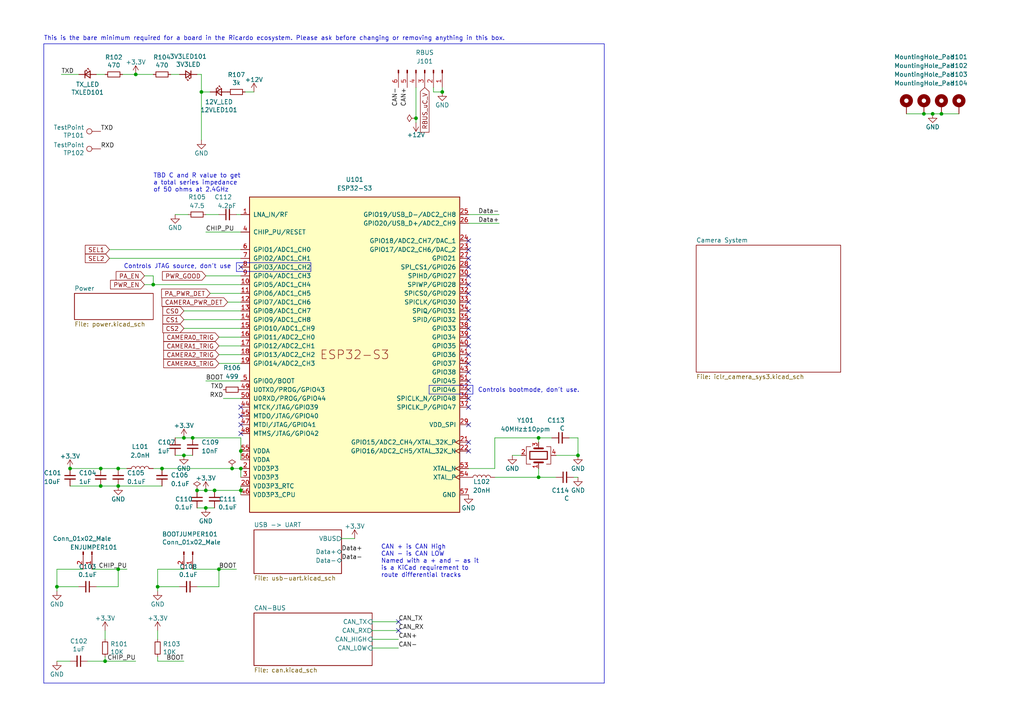
<source format=kicad_sch>
(kicad_sch (version 20230121) (generator eeschema)

  (uuid 7db990e4-92e1-4f99-b4d2-435bbec1ba83)

  (paper "A4")

  (lib_symbols
    (symbol "Connector:Conn_01x02_Male" (pin_names (offset 1.016) hide) (in_bom yes) (on_board yes)
      (property "Reference" "J" (at 0 2.54 0)
        (effects (font (size 1.27 1.27)))
      )
      (property "Value" "Conn_01x02_Male" (at 0 -5.08 0)
        (effects (font (size 1.27 1.27)))
      )
      (property "Footprint" "" (at 0 0 0)
        (effects (font (size 1.27 1.27)) hide)
      )
      (property "Datasheet" "~" (at 0 0 0)
        (effects (font (size 1.27 1.27)) hide)
      )
      (property "ki_keywords" "connector" (at 0 0 0)
        (effects (font (size 1.27 1.27)) hide)
      )
      (property "ki_description" "Generic connector, single row, 01x02, script generated (kicad-library-utils/schlib/autogen/connector/)" (at 0 0 0)
        (effects (font (size 1.27 1.27)) hide)
      )
      (property "ki_fp_filters" "Connector*:*_1x??_*" (at 0 0 0)
        (effects (font (size 1.27 1.27)) hide)
      )
      (symbol "Conn_01x02_Male_1_1"
        (polyline
          (pts
            (xy 1.27 -2.54)
            (xy 0.8636 -2.54)
          )
          (stroke (width 0.1524) (type default))
          (fill (type none))
        )
        (polyline
          (pts
            (xy 1.27 0)
            (xy 0.8636 0)
          )
          (stroke (width 0.1524) (type default))
          (fill (type none))
        )
        (rectangle (start 0.8636 -2.413) (end 0 -2.667)
          (stroke (width 0.1524) (type default))
          (fill (type outline))
        )
        (rectangle (start 0.8636 0.127) (end 0 -0.127)
          (stroke (width 0.1524) (type default))
          (fill (type outline))
        )
        (pin passive line (at 5.08 0 180) (length 3.81)
          (name "Pin_1" (effects (font (size 1.27 1.27))))
          (number "1" (effects (font (size 1.27 1.27))))
        )
        (pin passive line (at 5.08 -2.54 180) (length 3.81)
          (name "Pin_2" (effects (font (size 1.27 1.27))))
          (number "2" (effects (font (size 1.27 1.27))))
        )
      )
    )
    (symbol "Connector:Conn_01x06_Male" (pin_names (offset 1.016) hide) (in_bom yes) (on_board yes)
      (property "Reference" "J" (at 0 7.62 0)
        (effects (font (size 1.27 1.27)))
      )
      (property "Value" "Conn_01x06_Male" (at 0 -10.16 0)
        (effects (font (size 1.27 1.27)))
      )
      (property "Footprint" "" (at 0 0 0)
        (effects (font (size 1.27 1.27)) hide)
      )
      (property "Datasheet" "~" (at 0 0 0)
        (effects (font (size 1.27 1.27)) hide)
      )
      (property "ki_keywords" "connector" (at 0 0 0)
        (effects (font (size 1.27 1.27)) hide)
      )
      (property "ki_description" "Generic connector, single row, 01x06, script generated (kicad-library-utils/schlib/autogen/connector/)" (at 0 0 0)
        (effects (font (size 1.27 1.27)) hide)
      )
      (property "ki_fp_filters" "Connector*:*_1x??_*" (at 0 0 0)
        (effects (font (size 1.27 1.27)) hide)
      )
      (symbol "Conn_01x06_Male_1_1"
        (polyline
          (pts
            (xy 1.27 -7.62)
            (xy 0.8636 -7.62)
          )
          (stroke (width 0.1524) (type default))
          (fill (type none))
        )
        (polyline
          (pts
            (xy 1.27 -5.08)
            (xy 0.8636 -5.08)
          )
          (stroke (width 0.1524) (type default))
          (fill (type none))
        )
        (polyline
          (pts
            (xy 1.27 -2.54)
            (xy 0.8636 -2.54)
          )
          (stroke (width 0.1524) (type default))
          (fill (type none))
        )
        (polyline
          (pts
            (xy 1.27 0)
            (xy 0.8636 0)
          )
          (stroke (width 0.1524) (type default))
          (fill (type none))
        )
        (polyline
          (pts
            (xy 1.27 2.54)
            (xy 0.8636 2.54)
          )
          (stroke (width 0.1524) (type default))
          (fill (type none))
        )
        (polyline
          (pts
            (xy 1.27 5.08)
            (xy 0.8636 5.08)
          )
          (stroke (width 0.1524) (type default))
          (fill (type none))
        )
        (rectangle (start 0.8636 -7.493) (end 0 -7.747)
          (stroke (width 0.1524) (type default))
          (fill (type outline))
        )
        (rectangle (start 0.8636 -4.953) (end 0 -5.207)
          (stroke (width 0.1524) (type default))
          (fill (type outline))
        )
        (rectangle (start 0.8636 -2.413) (end 0 -2.667)
          (stroke (width 0.1524) (type default))
          (fill (type outline))
        )
        (rectangle (start 0.8636 0.127) (end 0 -0.127)
          (stroke (width 0.1524) (type default))
          (fill (type outline))
        )
        (rectangle (start 0.8636 2.667) (end 0 2.413)
          (stroke (width 0.1524) (type default))
          (fill (type outline))
        )
        (rectangle (start 0.8636 5.207) (end 0 4.953)
          (stroke (width 0.1524) (type default))
          (fill (type outline))
        )
        (pin passive line (at 5.08 5.08 180) (length 3.81)
          (name "Pin_1" (effects (font (size 1.27 1.27))))
          (number "1" (effects (font (size 1.27 1.27))))
        )
        (pin passive line (at 5.08 2.54 180) (length 3.81)
          (name "Pin_2" (effects (font (size 1.27 1.27))))
          (number "2" (effects (font (size 1.27 1.27))))
        )
        (pin passive line (at 5.08 0 180) (length 3.81)
          (name "Pin_3" (effects (font (size 1.27 1.27))))
          (number "3" (effects (font (size 1.27 1.27))))
        )
        (pin passive line (at 5.08 -2.54 180) (length 3.81)
          (name "Pin_4" (effects (font (size 1.27 1.27))))
          (number "4" (effects (font (size 1.27 1.27))))
        )
        (pin passive line (at 5.08 -5.08 180) (length 3.81)
          (name "Pin_5" (effects (font (size 1.27 1.27))))
          (number "5" (effects (font (size 1.27 1.27))))
        )
        (pin passive line (at 5.08 -7.62 180) (length 3.81)
          (name "Pin_6" (effects (font (size 1.27 1.27))))
          (number "6" (effects (font (size 1.27 1.27))))
        )
      )
    )
    (symbol "Connector:TestPoint" (pin_numbers hide) (pin_names (offset 0.762) hide) (in_bom yes) (on_board yes)
      (property "Reference" "TP" (at 0 6.858 0)
        (effects (font (size 1.27 1.27)))
      )
      (property "Value" "TestPoint" (at 0 5.08 0)
        (effects (font (size 1.27 1.27)))
      )
      (property "Footprint" "" (at 5.08 0 0)
        (effects (font (size 1.27 1.27)) hide)
      )
      (property "Datasheet" "~" (at 5.08 0 0)
        (effects (font (size 1.27 1.27)) hide)
      )
      (property "ki_keywords" "test point tp" (at 0 0 0)
        (effects (font (size 1.27 1.27)) hide)
      )
      (property "ki_description" "test point" (at 0 0 0)
        (effects (font (size 1.27 1.27)) hide)
      )
      (property "ki_fp_filters" "Pin* Test*" (at 0 0 0)
        (effects (font (size 1.27 1.27)) hide)
      )
      (symbol "TestPoint_0_1"
        (circle (center 0 3.302) (radius 0.762)
          (stroke (width 0) (type default))
          (fill (type none))
        )
      )
      (symbol "TestPoint_1_1"
        (pin passive line (at 0 0 90) (length 2.54)
          (name "1" (effects (font (size 1.27 1.27))))
          (number "1" (effects (font (size 1.27 1.27))))
        )
      )
    )
    (symbol "Device:C_Small" (pin_numbers hide) (pin_names (offset 0.254) hide) (in_bom yes) (on_board yes)
      (property "Reference" "C" (at 0.254 1.778 0)
        (effects (font (size 1.27 1.27)) (justify left))
      )
      (property "Value" "C_Small" (at 0.254 -2.032 0)
        (effects (font (size 1.27 1.27)) (justify left))
      )
      (property "Footprint" "" (at 0 0 0)
        (effects (font (size 1.27 1.27)) hide)
      )
      (property "Datasheet" "~" (at 0 0 0)
        (effects (font (size 1.27 1.27)) hide)
      )
      (property "ki_keywords" "capacitor cap" (at 0 0 0)
        (effects (font (size 1.27 1.27)) hide)
      )
      (property "ki_description" "Unpolarized capacitor, small symbol" (at 0 0 0)
        (effects (font (size 1.27 1.27)) hide)
      )
      (property "ki_fp_filters" "C_*" (at 0 0 0)
        (effects (font (size 1.27 1.27)) hide)
      )
      (symbol "C_Small_0_1"
        (polyline
          (pts
            (xy -1.524 -0.508)
            (xy 1.524 -0.508)
          )
          (stroke (width 0.3302) (type default))
          (fill (type none))
        )
        (polyline
          (pts
            (xy -1.524 0.508)
            (xy 1.524 0.508)
          )
          (stroke (width 0.3048) (type default))
          (fill (type none))
        )
      )
      (symbol "C_Small_1_1"
        (pin passive line (at 0 2.54 270) (length 2.032)
          (name "~" (effects (font (size 1.27 1.27))))
          (number "1" (effects (font (size 1.27 1.27))))
        )
        (pin passive line (at 0 -2.54 90) (length 2.032)
          (name "~" (effects (font (size 1.27 1.27))))
          (number "2" (effects (font (size 1.27 1.27))))
        )
      )
    )
    (symbol "Device:Crystal_GND24" (pin_names (offset 1.016) hide) (in_bom yes) (on_board yes)
      (property "Reference" "Y" (at 3.175 5.08 0)
        (effects (font (size 1.27 1.27)) (justify left))
      )
      (property "Value" "Crystal_GND24" (at 3.175 3.175 0)
        (effects (font (size 1.27 1.27)) (justify left))
      )
      (property "Footprint" "" (at 0 0 0)
        (effects (font (size 1.27 1.27)) hide)
      )
      (property "Datasheet" "~" (at 0 0 0)
        (effects (font (size 1.27 1.27)) hide)
      )
      (property "ki_keywords" "quartz ceramic resonator oscillator" (at 0 0 0)
        (effects (font (size 1.27 1.27)) hide)
      )
      (property "ki_description" "Four pin crystal, GND on pins 2 and 4" (at 0 0 0)
        (effects (font (size 1.27 1.27)) hide)
      )
      (property "ki_fp_filters" "Crystal*" (at 0 0 0)
        (effects (font (size 1.27 1.27)) hide)
      )
      (symbol "Crystal_GND24_0_1"
        (rectangle (start -1.143 2.54) (end 1.143 -2.54)
          (stroke (width 0.3048) (type default))
          (fill (type none))
        )
        (polyline
          (pts
            (xy -2.54 0)
            (xy -2.032 0)
          )
          (stroke (width 0) (type default))
          (fill (type none))
        )
        (polyline
          (pts
            (xy -2.032 -1.27)
            (xy -2.032 1.27)
          )
          (stroke (width 0.508) (type default))
          (fill (type none))
        )
        (polyline
          (pts
            (xy 0 -3.81)
            (xy 0 -3.556)
          )
          (stroke (width 0) (type default))
          (fill (type none))
        )
        (polyline
          (pts
            (xy 0 3.556)
            (xy 0 3.81)
          )
          (stroke (width 0) (type default))
          (fill (type none))
        )
        (polyline
          (pts
            (xy 2.032 -1.27)
            (xy 2.032 1.27)
          )
          (stroke (width 0.508) (type default))
          (fill (type none))
        )
        (polyline
          (pts
            (xy 2.032 0)
            (xy 2.54 0)
          )
          (stroke (width 0) (type default))
          (fill (type none))
        )
        (polyline
          (pts
            (xy -2.54 -2.286)
            (xy -2.54 -3.556)
            (xy 2.54 -3.556)
            (xy 2.54 -2.286)
          )
          (stroke (width 0) (type default))
          (fill (type none))
        )
        (polyline
          (pts
            (xy -2.54 2.286)
            (xy -2.54 3.556)
            (xy 2.54 3.556)
            (xy 2.54 2.286)
          )
          (stroke (width 0) (type default))
          (fill (type none))
        )
      )
      (symbol "Crystal_GND24_1_1"
        (pin passive line (at -3.81 0 0) (length 1.27)
          (name "1" (effects (font (size 1.27 1.27))))
          (number "1" (effects (font (size 1.27 1.27))))
        )
        (pin passive line (at 0 5.08 270) (length 1.27)
          (name "2" (effects (font (size 1.27 1.27))))
          (number "2" (effects (font (size 1.27 1.27))))
        )
        (pin passive line (at 3.81 0 180) (length 1.27)
          (name "3" (effects (font (size 1.27 1.27))))
          (number "3" (effects (font (size 1.27 1.27))))
        )
        (pin passive line (at 0 -5.08 90) (length 1.27)
          (name "4" (effects (font (size 1.27 1.27))))
          (number "4" (effects (font (size 1.27 1.27))))
        )
      )
    )
    (symbol "Device:L" (pin_numbers hide) (pin_names (offset 1.016) hide) (in_bom yes) (on_board yes)
      (property "Reference" "L" (at -1.27 0 90)
        (effects (font (size 1.27 1.27)))
      )
      (property "Value" "L" (at 1.905 0 90)
        (effects (font (size 1.27 1.27)))
      )
      (property "Footprint" "" (at 0 0 0)
        (effects (font (size 1.27 1.27)) hide)
      )
      (property "Datasheet" "~" (at 0 0 0)
        (effects (font (size 1.27 1.27)) hide)
      )
      (property "ki_keywords" "inductor choke coil reactor magnetic" (at 0 0 0)
        (effects (font (size 1.27 1.27)) hide)
      )
      (property "ki_description" "Inductor" (at 0 0 0)
        (effects (font (size 1.27 1.27)) hide)
      )
      (property "ki_fp_filters" "Choke_* *Coil* Inductor_* L_*" (at 0 0 0)
        (effects (font (size 1.27 1.27)) hide)
      )
      (symbol "L_0_1"
        (arc (start 0 -2.54) (mid 0.6323 -1.905) (end 0 -1.27)
          (stroke (width 0) (type default))
          (fill (type none))
        )
        (arc (start 0 -1.27) (mid 0.6323 -0.635) (end 0 0)
          (stroke (width 0) (type default))
          (fill (type none))
        )
        (arc (start 0 0) (mid 0.6323 0.635) (end 0 1.27)
          (stroke (width 0) (type default))
          (fill (type none))
        )
        (arc (start 0 1.27) (mid 0.6323 1.905) (end 0 2.54)
          (stroke (width 0) (type default))
          (fill (type none))
        )
      )
      (symbol "L_1_1"
        (pin passive line (at 0 3.81 270) (length 1.27)
          (name "1" (effects (font (size 1.27 1.27))))
          (number "1" (effects (font (size 1.27 1.27))))
        )
        (pin passive line (at 0 -3.81 90) (length 1.27)
          (name "2" (effects (font (size 1.27 1.27))))
          (number "2" (effects (font (size 1.27 1.27))))
        )
      )
    )
    (symbol "Device:LED_Small" (pin_numbers hide) (pin_names (offset 0.254) hide) (in_bom yes) (on_board yes)
      (property "Reference" "D" (at -1.27 3.175 0)
        (effects (font (size 1.27 1.27)) (justify left))
      )
      (property "Value" "LED_Small" (at -4.445 -2.54 0)
        (effects (font (size 1.27 1.27)) (justify left))
      )
      (property "Footprint" "" (at 0 0 90)
        (effects (font (size 1.27 1.27)) hide)
      )
      (property "Datasheet" "~" (at 0 0 90)
        (effects (font (size 1.27 1.27)) hide)
      )
      (property "ki_keywords" "LED diode light-emitting-diode" (at 0 0 0)
        (effects (font (size 1.27 1.27)) hide)
      )
      (property "ki_description" "Light emitting diode, small symbol" (at 0 0 0)
        (effects (font (size 1.27 1.27)) hide)
      )
      (property "ki_fp_filters" "LED* LED_SMD:* LED_THT:*" (at 0 0 0)
        (effects (font (size 1.27 1.27)) hide)
      )
      (symbol "LED_Small_0_1"
        (polyline
          (pts
            (xy -0.762 -1.016)
            (xy -0.762 1.016)
          )
          (stroke (width 0.254) (type default))
          (fill (type none))
        )
        (polyline
          (pts
            (xy 1.016 0)
            (xy -0.762 0)
          )
          (stroke (width 0) (type default))
          (fill (type none))
        )
        (polyline
          (pts
            (xy 0.762 -1.016)
            (xy -0.762 0)
            (xy 0.762 1.016)
            (xy 0.762 -1.016)
          )
          (stroke (width 0.254) (type default))
          (fill (type none))
        )
        (polyline
          (pts
            (xy 0 0.762)
            (xy -0.508 1.27)
            (xy -0.254 1.27)
            (xy -0.508 1.27)
            (xy -0.508 1.016)
          )
          (stroke (width 0) (type default))
          (fill (type none))
        )
        (polyline
          (pts
            (xy 0.508 1.27)
            (xy 0 1.778)
            (xy 0.254 1.778)
            (xy 0 1.778)
            (xy 0 1.524)
          )
          (stroke (width 0) (type default))
          (fill (type none))
        )
      )
      (symbol "LED_Small_1_1"
        (pin passive line (at -2.54 0 0) (length 1.778)
          (name "K" (effects (font (size 1.27 1.27))))
          (number "1" (effects (font (size 1.27 1.27))))
        )
        (pin passive line (at 2.54 0 180) (length 1.778)
          (name "A" (effects (font (size 1.27 1.27))))
          (number "2" (effects (font (size 1.27 1.27))))
        )
      )
    )
    (symbol "Device:R_Small" (pin_numbers hide) (pin_names (offset 0.254) hide) (in_bom yes) (on_board yes)
      (property "Reference" "R" (at 0.762 0.508 0)
        (effects (font (size 1.27 1.27)) (justify left))
      )
      (property "Value" "R_Small" (at 0.762 -1.016 0)
        (effects (font (size 1.27 1.27)) (justify left))
      )
      (property "Footprint" "" (at 0 0 0)
        (effects (font (size 1.27 1.27)) hide)
      )
      (property "Datasheet" "~" (at 0 0 0)
        (effects (font (size 1.27 1.27)) hide)
      )
      (property "ki_keywords" "R resistor" (at 0 0 0)
        (effects (font (size 1.27 1.27)) hide)
      )
      (property "ki_description" "Resistor, small symbol" (at 0 0 0)
        (effects (font (size 1.27 1.27)) hide)
      )
      (property "ki_fp_filters" "R_*" (at 0 0 0)
        (effects (font (size 1.27 1.27)) hide)
      )
      (symbol "R_Small_0_1"
        (rectangle (start -0.762 1.778) (end 0.762 -1.778)
          (stroke (width 0.2032) (type default))
          (fill (type none))
        )
      )
      (symbol "R_Small_1_1"
        (pin passive line (at 0 2.54 270) (length 0.762)
          (name "~" (effects (font (size 1.27 1.27))))
          (number "1" (effects (font (size 1.27 1.27))))
        )
        (pin passive line (at 0 -2.54 90) (length 0.762)
          (name "~" (effects (font (size 1.27 1.27))))
          (number "2" (effects (font (size 1.27 1.27))))
        )
      )
    )
    (symbol "Espressif:ESP32-S3" (pin_names (offset 1.016)) (in_bom yes) (on_board yes)
      (property "Reference" "U" (at 0 48.26 0)
        (effects (font (size 1.27 1.27)))
      )
      (property "Value" "ESP32-S3" (at 0 -48.26 0)
        (effects (font (size 1.27 1.27)))
      )
      (property "Footprint" "Package_DFN_QFN:QFN-56-1EP_7x7mm_P0.4mm_EP5.6x5.6mm" (at 0 -50.8 0)
        (effects (font (size 1.27 1.27)) hide)
      )
      (property "Datasheet" "https://www.espressif.com/sites/default/files/documentation/esp32-s3_datasheet_en.pdf" (at 0 -53.34 0)
        (effects (font (size 1.27 1.27)) hide)
      )
      (property "ki_description" "ESP32-S3 is a low-power MCU-based system-on-chip (SoC) that supports 2.4 GHz Wi-Fi and Bluetooth® Low Energy (Bluetooth LE). It consists of high-performance dual-core microprocessor (Xtensa® 32-bit LX7), a low power coprocessor, a Wi-Fi baseband, a Bluetooth LE baseband, RF module, and peripherals." (at 0 0 0)
        (effects (font (size 1.27 1.27)) hide)
      )
      (symbol "ESP32-S3_0_0"
        (text "ESP32-S3" (at 0 0 0)
          (effects (font (size 2.54 2.54)))
        )
        (pin bidirectional line (at 33.02 -12.7 180) (length 2.54)
          (name "SPICLK_N/GPIO48" (effects (font (size 1.27 1.27))))
          (number "36" (effects (font (size 1.27 1.27))))
        )
        (pin bidirectional line (at 33.02 -15.24 180) (length 2.54)
          (name "SPICLK_P/GPIO47" (effects (font (size 1.27 1.27))))
          (number "37" (effects (font (size 1.27 1.27))))
        )
      )
      (symbol "ESP32-S3_0_1"
        (rectangle (start -30.48 45.72) (end 30.48 -45.72)
          (stroke (width 0.254) (type default))
          (fill (type background))
        )
      )
      (symbol "ESP32-S3_1_1"
        (pin bidirectional line (at -33.02 40.64 0) (length 2.54)
          (name "LNA_IN/RF" (effects (font (size 1.27 1.27))))
          (number "1" (effects (font (size 1.27 1.27))))
        )
        (pin bidirectional line (at -33.02 20.32 0) (length 2.54)
          (name "GPIO5/ADC1_CH4" (effects (font (size 1.27 1.27))))
          (number "10" (effects (font (size 1.27 1.27))))
        )
        (pin bidirectional line (at -33.02 17.78 0) (length 2.54)
          (name "GPIO6/ADC1_CH5" (effects (font (size 1.27 1.27))))
          (number "11" (effects (font (size 1.27 1.27))))
        )
        (pin bidirectional line (at -33.02 15.24 0) (length 2.54)
          (name "GPIO7/ADC1_CH6" (effects (font (size 1.27 1.27))))
          (number "12" (effects (font (size 1.27 1.27))))
        )
        (pin bidirectional line (at -33.02 12.7 0) (length 2.54)
          (name "GPIO8/ADC1_CH7" (effects (font (size 1.27 1.27))))
          (number "13" (effects (font (size 1.27 1.27))))
        )
        (pin bidirectional line (at -33.02 10.16 0) (length 2.54)
          (name "GPIO9/ADC1_CH8" (effects (font (size 1.27 1.27))))
          (number "14" (effects (font (size 1.27 1.27))))
        )
        (pin bidirectional line (at -33.02 7.62 0) (length 2.54)
          (name "GPIO10/ADC1_CH9" (effects (font (size 1.27 1.27))))
          (number "15" (effects (font (size 1.27 1.27))))
        )
        (pin bidirectional line (at -33.02 5.08 0) (length 2.54)
          (name "GPIO11/ADC2_CH0" (effects (font (size 1.27 1.27))))
          (number "16" (effects (font (size 1.27 1.27))))
        )
        (pin bidirectional line (at -33.02 2.54 0) (length 2.54)
          (name "GPIO12/ADC2_CH1" (effects (font (size 1.27 1.27))))
          (number "17" (effects (font (size 1.27 1.27))))
        )
        (pin bidirectional line (at -33.02 0 0) (length 2.54)
          (name "GPIO13/ADC2_CH2" (effects (font (size 1.27 1.27))))
          (number "18" (effects (font (size 1.27 1.27))))
        )
        (pin bidirectional line (at -33.02 -2.54 0) (length 2.54)
          (name "GPIO14/ADC2_CH3" (effects (font (size 1.27 1.27))))
          (number "19" (effects (font (size 1.27 1.27))))
        )
        (pin power_in line (at -33.02 -33.02 0) (length 2.54)
          (name "VDD3P3" (effects (font (size 1.27 1.27))))
          (number "2" (effects (font (size 1.27 1.27))))
        )
        (pin power_in line (at -33.02 -38.1 0) (length 2.54)
          (name "VDD3P3_RTC" (effects (font (size 1.27 1.27))))
          (number "20" (effects (font (size 1.27 1.27))))
        )
        (pin input clock (at 33.02 -25.4 180) (length 2.54)
          (name "GPIO15/ADC2_CH4/XTAL_32K_P" (effects (font (size 1.27 1.27))))
          (number "21" (effects (font (size 1.27 1.27))))
        )
        (pin output clock (at 33.02 -27.94 180) (length 2.54)
          (name "GPIO16/ADC2_CH5/XTAL_32K_N" (effects (font (size 1.27 1.27))))
          (number "22" (effects (font (size 1.27 1.27))))
        )
        (pin bidirectional line (at 33.02 30.48 180) (length 2.54)
          (name "GPIO17/ADC2_CH6/DAC_2" (effects (font (size 1.27 1.27))))
          (number "23" (effects (font (size 1.27 1.27))))
        )
        (pin bidirectional line (at 33.02 33.02 180) (length 2.54)
          (name "GPIO18/ADC2_CH7/DAC_1" (effects (font (size 1.27 1.27))))
          (number "24" (effects (font (size 1.27 1.27))))
        )
        (pin bidirectional line (at 33.02 40.64 180) (length 2.54)
          (name "GPIO19/USB_D-/ADC2_CH8" (effects (font (size 1.27 1.27))))
          (number "25" (effects (font (size 1.27 1.27))))
        )
        (pin bidirectional line (at 33.02 38.1 180) (length 2.54)
          (name "GPIO20/USB_D+/ADC2_CH9" (effects (font (size 1.27 1.27))))
          (number "26" (effects (font (size 1.27 1.27))))
        )
        (pin bidirectional line (at 33.02 27.94 180) (length 2.54)
          (name "GPIO21" (effects (font (size 1.27 1.27))))
          (number "27" (effects (font (size 1.27 1.27))))
        )
        (pin bidirectional line (at 33.02 25.4 180) (length 2.54)
          (name "SPI_CS1/GPIO26" (effects (font (size 1.27 1.27))))
          (number "28" (effects (font (size 1.27 1.27))))
        )
        (pin power_out line (at 33.02 -20.32 180) (length 2.54)
          (name "VDD_SPI" (effects (font (size 1.27 1.27))))
          (number "29" (effects (font (size 1.27 1.27))))
        )
        (pin power_in line (at -33.02 -35.56 0) (length 2.54)
          (name "VDD3P3" (effects (font (size 1.27 1.27))))
          (number "3" (effects (font (size 1.27 1.27))))
        )
        (pin bidirectional line (at 33.02 22.86 180) (length 2.54)
          (name "SPIHD/GPIO27" (effects (font (size 1.27 1.27))))
          (number "30" (effects (font (size 1.27 1.27))))
        )
        (pin bidirectional line (at 33.02 20.32 180) (length 2.54)
          (name "SPIWP/GPIO28" (effects (font (size 1.27 1.27))))
          (number "31" (effects (font (size 1.27 1.27))))
        )
        (pin bidirectional line (at 33.02 17.78 180) (length 2.54)
          (name "SPICS0/GPIO29" (effects (font (size 1.27 1.27))))
          (number "32" (effects (font (size 1.27 1.27))))
        )
        (pin bidirectional line (at 33.02 15.24 180) (length 2.54)
          (name "SPICLK/GPIO30" (effects (font (size 1.27 1.27))))
          (number "33" (effects (font (size 1.27 1.27))))
        )
        (pin bidirectional line (at 33.02 12.7 180) (length 2.54)
          (name "SPIQ/GPIO31" (effects (font (size 1.27 1.27))))
          (number "34" (effects (font (size 1.27 1.27))))
        )
        (pin bidirectional line (at 33.02 10.16 180) (length 2.54)
          (name "SPID/GPIO32" (effects (font (size 1.27 1.27))))
          (number "35" (effects (font (size 1.27 1.27))))
        )
        (pin bidirectional line (at 33.02 7.62 180) (length 2.54)
          (name "GPIO33" (effects (font (size 1.27 1.27))))
          (number "38" (effects (font (size 1.27 1.27))))
        )
        (pin bidirectional line (at 33.02 5.08 180) (length 2.54)
          (name "GPIO34" (effects (font (size 1.27 1.27))))
          (number "39" (effects (font (size 1.27 1.27))))
        )
        (pin input line (at -33.02 35.56 0) (length 2.54)
          (name "CHIP_PU/RESET" (effects (font (size 1.27 1.27))))
          (number "4" (effects (font (size 1.27 1.27))))
        )
        (pin bidirectional line (at 33.02 2.54 180) (length 2.54)
          (name "GPIO35" (effects (font (size 1.27 1.27))))
          (number "40" (effects (font (size 1.27 1.27))))
        )
        (pin bidirectional line (at 33.02 0 180) (length 2.54)
          (name "GPIO36" (effects (font (size 1.27 1.27))))
          (number "41" (effects (font (size 1.27 1.27))))
        )
        (pin bidirectional line (at 33.02 -2.54 180) (length 2.54)
          (name "GPIO37" (effects (font (size 1.27 1.27))))
          (number "42" (effects (font (size 1.27 1.27))))
        )
        (pin bidirectional line (at 33.02 -5.08 180) (length 2.54)
          (name "GPIO38" (effects (font (size 1.27 1.27))))
          (number "43" (effects (font (size 1.27 1.27))))
        )
        (pin bidirectional line (at -33.02 -15.24 0) (length 2.54)
          (name "MTCK/JTAG/GPIO39" (effects (font (size 1.27 1.27))))
          (number "44" (effects (font (size 1.27 1.27))))
        )
        (pin bidirectional line (at -33.02 -17.78 0) (length 2.54)
          (name "MTDO/JTAG/GPIO40" (effects (font (size 1.27 1.27))))
          (number "45" (effects (font (size 1.27 1.27))))
        )
        (pin power_in line (at -33.02 -40.64 0) (length 2.54)
          (name "VDD3P3_CPU" (effects (font (size 1.27 1.27))))
          (number "46" (effects (font (size 1.27 1.27))))
        )
        (pin bidirectional line (at -33.02 -20.32 0) (length 2.54)
          (name "MTDI/JTAG/GPIO41" (effects (font (size 1.27 1.27))))
          (number "47" (effects (font (size 1.27 1.27))))
        )
        (pin bidirectional line (at -33.02 -22.86 0) (length 2.54)
          (name "MTMS/JTAG/GPIO42" (effects (font (size 1.27 1.27))))
          (number "48" (effects (font (size 1.27 1.27))))
        )
        (pin bidirectional line (at -33.02 -10.16 0) (length 2.54)
          (name "U0TXD/PROG/GPIO43" (effects (font (size 1.27 1.27))))
          (number "49" (effects (font (size 1.27 1.27))))
        )
        (pin bidirectional line (at -33.02 -7.62 0) (length 2.54)
          (name "GPIO0/BOOT" (effects (font (size 1.27 1.27))))
          (number "5" (effects (font (size 1.27 1.27))))
        )
        (pin bidirectional line (at -33.02 -12.7 0) (length 2.54)
          (name "U0RXD/PROG/GPIO44" (effects (font (size 1.27 1.27))))
          (number "50" (effects (font (size 1.27 1.27))))
        )
        (pin bidirectional line (at 33.02 -7.62 180) (length 2.54)
          (name "GPIO45" (effects (font (size 1.27 1.27))))
          (number "51" (effects (font (size 1.27 1.27))))
        )
        (pin bidirectional line (at 33.02 -10.16 180) (length 2.54)
          (name "GPIO46" (effects (font (size 1.27 1.27))))
          (number "52" (effects (font (size 1.27 1.27))))
        )
        (pin input clock (at 33.02 -33.02 180) (length 2.54)
          (name "XTAL_N" (effects (font (size 1.27 1.27))))
          (number "53" (effects (font (size 1.27 1.27))))
        )
        (pin output clock (at 33.02 -35.56 180) (length 2.54)
          (name "XTAL_P" (effects (font (size 1.27 1.27))))
          (number "54" (effects (font (size 1.27 1.27))))
        )
        (pin power_in line (at -33.02 -27.94 0) (length 2.54)
          (name "VDDA" (effects (font (size 1.27 1.27))))
          (number "55" (effects (font (size 1.27 1.27))))
        )
        (pin power_in line (at -33.02 -30.48 0) (length 2.54)
          (name "VDDA" (effects (font (size 1.27 1.27))))
          (number "56" (effects (font (size 1.27 1.27))))
        )
        (pin power_in line (at 33.02 -40.64 180) (length 2.54)
          (name "GND" (effects (font (size 1.27 1.27))))
          (number "57" (effects (font (size 1.27 1.27))))
        )
        (pin bidirectional line (at -33.02 30.48 0) (length 2.54)
          (name "GPIO1/ADC1_CH0" (effects (font (size 1.27 1.27))))
          (number "6" (effects (font (size 1.27 1.27))))
        )
        (pin bidirectional line (at -33.02 27.94 0) (length 2.54)
          (name "GPIO2/ADC1_CH1" (effects (font (size 1.27 1.27))))
          (number "7" (effects (font (size 1.27 1.27))))
        )
        (pin bidirectional line (at -33.02 25.4 0) (length 2.54)
          (name "GPIO3/ADC1_CH2" (effects (font (size 1.27 1.27))))
          (number "8" (effects (font (size 1.27 1.27))))
        )
        (pin bidirectional line (at -33.02 22.86 0) (length 2.54)
          (name "GPIO4/ADC1_CH3" (effects (font (size 1.27 1.27))))
          (number "9" (effects (font (size 1.27 1.27))))
        )
      )
    )
    (symbol "Mechanical:MountingHole_Pad" (pin_numbers hide) (pin_names (offset 1.016) hide) (in_bom yes) (on_board yes)
      (property "Reference" "H" (at 0 6.35 0)
        (effects (font (size 1.27 1.27)))
      )
      (property "Value" "MountingHole_Pad" (at 0 4.445 0)
        (effects (font (size 1.27 1.27)))
      )
      (property "Footprint" "" (at 0 0 0)
        (effects (font (size 1.27 1.27)) hide)
      )
      (property "Datasheet" "~" (at 0 0 0)
        (effects (font (size 1.27 1.27)) hide)
      )
      (property "ki_keywords" "mounting hole" (at 0 0 0)
        (effects (font (size 1.27 1.27)) hide)
      )
      (property "ki_description" "Mounting Hole with connection" (at 0 0 0)
        (effects (font (size 1.27 1.27)) hide)
      )
      (property "ki_fp_filters" "MountingHole*Pad*" (at 0 0 0)
        (effects (font (size 1.27 1.27)) hide)
      )
      (symbol "MountingHole_Pad_0_1"
        (circle (center 0 1.27) (radius 1.27)
          (stroke (width 1.27) (type default))
          (fill (type none))
        )
      )
      (symbol "MountingHole_Pad_1_1"
        (pin input line (at 0 -2.54 90) (length 2.54)
          (name "1" (effects (font (size 1.27 1.27))))
          (number "1" (effects (font (size 1.27 1.27))))
        )
      )
    )
    (symbol "power:+12V" (power) (pin_names (offset 0)) (in_bom yes) (on_board yes)
      (property "Reference" "#PWR" (at 0 -3.81 0)
        (effects (font (size 1.27 1.27)) hide)
      )
      (property "Value" "+12V" (at 0 3.556 0)
        (effects (font (size 1.27 1.27)))
      )
      (property "Footprint" "" (at 0 0 0)
        (effects (font (size 1.27 1.27)) hide)
      )
      (property "Datasheet" "" (at 0 0 0)
        (effects (font (size 1.27 1.27)) hide)
      )
      (property "ki_keywords" "global power" (at 0 0 0)
        (effects (font (size 1.27 1.27)) hide)
      )
      (property "ki_description" "Power symbol creates a global label with name \"+12V\"" (at 0 0 0)
        (effects (font (size 1.27 1.27)) hide)
      )
      (symbol "+12V_0_1"
        (polyline
          (pts
            (xy -0.762 1.27)
            (xy 0 2.54)
          )
          (stroke (width 0) (type default))
          (fill (type none))
        )
        (polyline
          (pts
            (xy 0 0)
            (xy 0 2.54)
          )
          (stroke (width 0) (type default))
          (fill (type none))
        )
        (polyline
          (pts
            (xy 0 2.54)
            (xy 0.762 1.27)
          )
          (stroke (width 0) (type default))
          (fill (type none))
        )
      )
      (symbol "+12V_1_1"
        (pin power_in line (at 0 0 90) (length 0) hide
          (name "+12V" (effects (font (size 1.27 1.27))))
          (number "1" (effects (font (size 1.27 1.27))))
        )
      )
    )
    (symbol "power:+3.3V" (power) (pin_names (offset 0)) (in_bom yes) (on_board yes)
      (property "Reference" "#PWR" (at 0 -3.81 0)
        (effects (font (size 1.27 1.27)) hide)
      )
      (property "Value" "+3.3V" (at 0 3.556 0)
        (effects (font (size 1.27 1.27)))
      )
      (property "Footprint" "" (at 0 0 0)
        (effects (font (size 1.27 1.27)) hide)
      )
      (property "Datasheet" "" (at 0 0 0)
        (effects (font (size 1.27 1.27)) hide)
      )
      (property "ki_keywords" "global power" (at 0 0 0)
        (effects (font (size 1.27 1.27)) hide)
      )
      (property "ki_description" "Power symbol creates a global label with name \"+3.3V\"" (at 0 0 0)
        (effects (font (size 1.27 1.27)) hide)
      )
      (symbol "+3.3V_0_1"
        (polyline
          (pts
            (xy -0.762 1.27)
            (xy 0 2.54)
          )
          (stroke (width 0) (type default))
          (fill (type none))
        )
        (polyline
          (pts
            (xy 0 0)
            (xy 0 2.54)
          )
          (stroke (width 0) (type default))
          (fill (type none))
        )
        (polyline
          (pts
            (xy 0 2.54)
            (xy 0.762 1.27)
          )
          (stroke (width 0) (type default))
          (fill (type none))
        )
      )
      (symbol "+3.3V_1_1"
        (pin power_in line (at 0 0 90) (length 0) hide
          (name "+3.3V" (effects (font (size 1.27 1.27))))
          (number "1" (effects (font (size 1.27 1.27))))
        )
      )
    )
    (symbol "power:GND" (power) (pin_names (offset 0)) (in_bom yes) (on_board yes)
      (property "Reference" "#PWR" (at 0 -6.35 0)
        (effects (font (size 1.27 1.27)) hide)
      )
      (property "Value" "GND" (at 0 -3.81 0)
        (effects (font (size 1.27 1.27)))
      )
      (property "Footprint" "" (at 0 0 0)
        (effects (font (size 1.27 1.27)) hide)
      )
      (property "Datasheet" "" (at 0 0 0)
        (effects (font (size 1.27 1.27)) hide)
      )
      (property "ki_keywords" "global power" (at 0 0 0)
        (effects (font (size 1.27 1.27)) hide)
      )
      (property "ki_description" "Power symbol creates a global label with name \"GND\" , ground" (at 0 0 0)
        (effects (font (size 1.27 1.27)) hide)
      )
      (symbol "GND_0_1"
        (polyline
          (pts
            (xy 0 0)
            (xy 0 -1.27)
            (xy 1.27 -1.27)
            (xy 0 -2.54)
            (xy -1.27 -1.27)
            (xy 0 -1.27)
          )
          (stroke (width 0) (type default))
          (fill (type none))
        )
      )
      (symbol "GND_1_1"
        (pin power_in line (at 0 0 270) (length 0) hide
          (name "GND" (effects (font (size 1.27 1.27))))
          (number "1" (effects (font (size 1.27 1.27))))
        )
      )
    )
    (symbol "power:PWR_FLAG" (power) (pin_numbers hide) (pin_names (offset 0) hide) (in_bom yes) (on_board yes)
      (property "Reference" "#FLG" (at 0 1.905 0)
        (effects (font (size 1.27 1.27)) hide)
      )
      (property "Value" "PWR_FLAG" (at 0 3.81 0)
        (effects (font (size 1.27 1.27)))
      )
      (property "Footprint" "" (at 0 0 0)
        (effects (font (size 1.27 1.27)) hide)
      )
      (property "Datasheet" "~" (at 0 0 0)
        (effects (font (size 1.27 1.27)) hide)
      )
      (property "ki_keywords" "flag power" (at 0 0 0)
        (effects (font (size 1.27 1.27)) hide)
      )
      (property "ki_description" "Special symbol for telling ERC where power comes from" (at 0 0 0)
        (effects (font (size 1.27 1.27)) hide)
      )
      (symbol "PWR_FLAG_0_0"
        (pin power_out line (at 0 0 90) (length 0)
          (name "pwr" (effects (font (size 1.27 1.27))))
          (number "1" (effects (font (size 1.27 1.27))))
        )
      )
      (symbol "PWR_FLAG_0_1"
        (polyline
          (pts
            (xy 0 0)
            (xy 0 1.27)
            (xy -1.016 1.905)
            (xy 0 2.54)
            (xy 1.016 1.905)
            (xy 0 1.27)
          )
          (stroke (width 0) (type default))
          (fill (type none))
        )
      )
    )
  )


  (junction (at 39.37 21.59) (diameter 0) (color 0 0 0 0)
    (uuid 02f8904b-a7b2-49dd-b392-764e7e29fb51)
  )
  (junction (at 59.69 142.24) (diameter 0) (color 0 0 0 0)
    (uuid 0753a347-97d9-4cb7-b81c-f57d156ee03d)
  )
  (junction (at 44.45 82.55) (diameter 0) (color 0 0 0 0)
    (uuid 1b2273ed-ec2e-4b96-a374-63fb697c301c)
  )
  (junction (at 53.34 127) (diameter 0) (color 0 0 0 0)
    (uuid 259169cf-23d2-4d34-acfa-b35367d25621)
  )
  (junction (at 58.42 26.67) (diameter 0) (color 0 0 0 0)
    (uuid 28b01cd2-da3a-46ec-8825-b0f31a0b8987)
  )
  (junction (at 30.48 191.77) (diameter 0) (color 0 0 0 0)
    (uuid 35c09d1f-2914-4d1e-a002-df30af772f3b)
  )
  (junction (at 69.85 142.24) (diameter 0) (color 0 0 0 0)
    (uuid 69bccc29-7896-4bd5-847c-4b30488bfdf7)
  )
  (junction (at 55.88 127) (diameter 0) (color 0 0 0 0)
    (uuid 7080b686-704b-4224-87e0-0a66227e69e7)
  )
  (junction (at 63.5 165.1) (diameter 0) (color 0 0 0 0)
    (uuid 747f57e5-4698-4c6b-916d-232e6b1f645b)
  )
  (junction (at 59.69 147.32) (diameter 0) (color 0 0 0 0)
    (uuid 76b48920-113a-47db-a65d-49e9e75b755a)
  )
  (junction (at 62.23 142.24) (diameter 0) (color 0 0 0 0)
    (uuid 7847a7dc-83b6-40e8-ab83-35ec04184c6f)
  )
  (junction (at 34.29 135.89) (diameter 0) (color 0 0 0 0)
    (uuid 7a8ee3ce-88a3-49a2-aa53-ca000ddb33c8)
  )
  (junction (at 20.32 135.89) (diameter 0) (color 0 0 0 0)
    (uuid 88f17a64-5024-4f4b-8346-d8222bac5104)
  )
  (junction (at 45.72 170.18) (diameter 0) (color 0 0 0 0)
    (uuid 8ac400bf-c9b3-4af4-b0a7-9aa9ab4ad17e)
  )
  (junction (at 46.99 135.89) (diameter 0) (color 0 0 0 0)
    (uuid 9432747e-fb5a-4169-a071-d057f17412b7)
  )
  (junction (at 120.65 34.29) (diameter 0) (color 0 0 0 0)
    (uuid a3d44134-a1ed-4715-8bdc-01dad804dfab)
  )
  (junction (at 29.21 135.89) (diameter 0) (color 0 0 0 0)
    (uuid a6a6b792-84b0-4f4e-9e9d-847e9a94203c)
  )
  (junction (at 34.29 140.97) (diameter 0) (color 0 0 0 0)
    (uuid abc917ce-119d-4f43-8ab3-fb5d20f74b7e)
  )
  (junction (at 156.21 127) (diameter 0) (color 0 0 0 0)
    (uuid ae65856b-4a40-4cab-a5ff-5a35c8850e02)
  )
  (junction (at 273.05 33.02) (diameter 0) (color 0 0 0 0)
    (uuid b32183f9-e002-4a64-a1c2-255269c79027)
  )
  (junction (at 53.34 132.08) (diameter 0) (color 0 0 0 0)
    (uuid b7428965-44ff-4d1f-990c-3d61005cbad1)
  )
  (junction (at 156.21 138.43) (diameter 0) (color 0 0 0 0)
    (uuid b749e26e-88fc-47bb-b418-a32130eee6ec)
  )
  (junction (at 69.85 130.81) (diameter 0) (color 0 0 0 0)
    (uuid b81264dd-7182-41f5-960f-39b78460c520)
  )
  (junction (at 29.21 140.97) (diameter 0) (color 0 0 0 0)
    (uuid c86aaef9-56ce-427d-b18b-c7a9b78c893f)
  )
  (junction (at 16.51 170.18) (diameter 0) (color 0 0 0 0)
    (uuid cb083d38-4f11-4a80-8b19-ab751c405e4a)
  )
  (junction (at 270.51 33.02) (diameter 0) (color 0 0 0 0)
    (uuid de1d8b49-3cd8-4ee5-8113-50d6db3ea930)
  )
  (junction (at 267.97 33.02) (diameter 0) (color 0 0 0 0)
    (uuid de3cc7ee-e860-4f56-b4cf-41e7448f2241)
  )
  (junction (at 57.15 142.24) (diameter 0) (color 0 0 0 0)
    (uuid e2aff4fe-a91a-4999-be89-8c52df711455)
  )
  (junction (at 167.64 132.08) (diameter 0) (color 0 0 0 0)
    (uuid e379247a-7c51-4094-9a8c-3b8a6d5322fb)
  )
  (junction (at 67.31 135.89) (diameter 0) (color 0 0 0 0)
    (uuid edbf247f-4816-441d-a53d-7d72f7f35166)
  )
  (junction (at 128.27 26.67) (diameter 0) (color 0 0 0 0)
    (uuid eea79eca-5259-4bf1-94e4-b068a2ad63a0)
  )
  (junction (at 34.29 165.1) (diameter 0) (color 0 0 0 0)
    (uuid f0852334-0410-4a06-99ff-da7ea21a1167)
  )
  (junction (at 69.85 135.89) (diameter 0) (color 0 0 0 0)
    (uuid f130ddb0-0916-407d-9728-6ff1a5a57806)
  )

  (no_connect (at 135.89 80.01) (uuid 021cd1a5-a05b-4a5a-b0d0-dbc42f154ac0))
  (no_connect (at 69.85 125.73) (uuid 09d05dca-fb4c-43c7-b2d7-a2a39be3aef0))
  (no_connect (at 135.89 77.47) (uuid 12aa5a9c-828a-4805-a394-939666cdd0c7))
  (no_connect (at 135.89 69.85) (uuid 17c46a2d-bab7-4623-b2c0-385cb640ea6e))
  (no_connect (at 135.89 107.95) (uuid 30b578aa-3cb7-47a9-8d8a-687f39efc30f))
  (no_connect (at 135.89 100.33) (uuid 31d6d827-b7db-43ef-b064-77dddd43e71e))
  (no_connect (at 115.57 182.88) (uuid 3b907541-533b-46cd-bcf1-b74d1931cc44))
  (no_connect (at 135.89 87.63) (uuid 444fcd7b-e4db-492e-acef-1d2216862e57))
  (no_connect (at 135.89 102.87) (uuid 4af195df-95b7-4e87-9d1a-2c242937119c))
  (no_connect (at 135.89 95.25) (uuid 4dc7f2bf-e2ef-40f7-b820-149b21cf7cad))
  (no_connect (at 135.89 115.57) (uuid 7055bfc3-aefa-4bdc-a162-ab531387da03))
  (no_connect (at 135.89 82.55) (uuid 715885da-9a98-4fbc-a785-cc1a31eb5470))
  (no_connect (at 69.85 123.19) (uuid 7dfa72bb-4882-49e8-afc6-c35d28112bac))
  (no_connect (at 135.89 130.81) (uuid 828a5199-ec6b-4ff2-bb62-dd3def716a0d))
  (no_connect (at 135.89 90.17) (uuid 84618083-dc19-4405-bbcc-34c7f5ea0f8a))
  (no_connect (at 69.85 77.47) (uuid 86749bc6-b935-4c25-9994-054cf825bf11))
  (no_connect (at 135.89 118.11) (uuid 92f73117-b6bb-497c-ae3f-56554811e330))
  (no_connect (at 135.89 97.79) (uuid 930b291a-557c-4b5c-9575-913da59461fe))
  (no_connect (at 69.85 120.65) (uuid 96c3967f-f5e3-4ec0-8aca-680d54aa68a6))
  (no_connect (at 135.89 72.39) (uuid 9817ffb4-04c1-4503-bbf1-54d71cd2fe94))
  (no_connect (at 135.89 74.93) (uuid a82f999a-d014-4fc7-b28c-29eb612eca50))
  (no_connect (at 69.85 118.11) (uuid ad8b236d-7ca3-41c4-bcda-c57be4e03c3b))
  (no_connect (at 135.89 113.03) (uuid ba0e2a32-0319-4e19-bc9d-127797da9405))
  (no_connect (at 135.89 110.49) (uuid c6a927a9-1941-4d51-8acc-e12921470abb))
  (no_connect (at 135.89 92.71) (uuid c9d8de7c-b472-4b9b-a38e-b9de29aad58a))
  (no_connect (at 135.89 128.27) (uuid cd1d68e3-dd47-4b64-bbd4-96827801658c))
  (no_connect (at 135.89 85.09) (uuid d0538e47-d8b7-4266-87f4-a296c6686b5d))
  (no_connect (at 135.89 123.19) (uuid d53bdb65-9586-496e-89ff-e2edf8bb8d22))
  (no_connect (at 135.89 105.41) (uuid ddb62115-9e05-407e-895e-3619b14cf20f))
  (no_connect (at 115.57 180.34) (uuid eae26bd3-9dff-4d02-b13f-057623cfb2f0))

  (wire (pts (xy 30.48 191.77) (xy 30.48 190.5))
    (stroke (width 0) (type default))
    (uuid 051b8cb0-ae77-4e09-98a7-bf2103319e66)
  )
  (wire (pts (xy 135.89 62.23) (xy 144.78 62.23))
    (stroke (width 0) (type default))
    (uuid 0596a4e1-f35f-4645-a1af-a46bcfa8e52f)
  )
  (wire (pts (xy 44.45 80.01) (xy 44.45 82.55))
    (stroke (width 0) (type default))
    (uuid 06df00f3-7f82-4e0a-86fd-e258c979d8ed)
  )
  (wire (pts (xy 69.85 135.89) (xy 69.85 138.43))
    (stroke (width 0) (type default))
    (uuid 08037f72-1ad9-4bc9-95c3-6f637ed2bbf8)
  )
  (polyline (pts (xy 90.17 78.74) (xy 68.58 78.74))
    (stroke (width 0) (type default))
    (uuid 0c941d7e-dc66-4338-9268-c7a441f62b3b)
  )

  (wire (pts (xy 63.5 170.18) (xy 63.5 165.1))
    (stroke (width 0) (type default))
    (uuid 0cc9bf07-55b9-458f-b8aa-41b2f51fa940)
  )
  (wire (pts (xy 53.34 90.17) (xy 69.85 90.17))
    (stroke (width 0) (type default))
    (uuid 0d9677bf-f537-46f2-8bcb-f2f5f50849c4)
  )
  (wire (pts (xy 67.31 135.89) (xy 69.85 135.89))
    (stroke (width 0) (type default))
    (uuid 0e51a283-a27d-4798-8f9c-72a10d95552d)
  )
  (polyline (pts (xy 68.58 76.2) (xy 68.58 78.74))
    (stroke (width 0) (type default))
    (uuid 0e807ccc-cc79-42a4-806d-495a604e9066)
  )

  (wire (pts (xy 63.5 97.79) (xy 69.85 97.79))
    (stroke (width 0) (type default))
    (uuid 1024d02a-75b6-4acd-9ebb-8be45c8f99db)
  )
  (wire (pts (xy 60.96 26.67) (xy 58.42 26.67))
    (stroke (width 0) (type default))
    (uuid 11c7c8d4-4c4b-4330-bb59-1eec2e98b255)
  )
  (wire (pts (xy 16.51 191.77) (xy 20.32 191.77))
    (stroke (width 0) (type default))
    (uuid 14094ad2-b562-4efa-8c6f-51d7a3134345)
  )
  (wire (pts (xy 107.95 180.34) (xy 115.57 180.34))
    (stroke (width 0) (type default))
    (uuid 165f4d8d-26a9-4cf2-a8d6-9936cd983be4)
  )
  (wire (pts (xy 128.27 25.4) (xy 128.27 26.67))
    (stroke (width 0) (type default))
    (uuid 18b29a0a-bb5b-4893-b87d-10e1330ffefa)
  )
  (wire (pts (xy 60.96 85.09) (xy 69.85 85.09))
    (stroke (width 0) (type default))
    (uuid 1e48f988-7467-4129-9178-c948b3e3b167)
  )
  (wire (pts (xy 160.02 127) (xy 156.21 127))
    (stroke (width 0) (type default))
    (uuid 1f11e357-9503-4aca-8109-c63c95c64295)
  )
  (wire (pts (xy 45.72 165.1) (xy 53.34 165.1))
    (stroke (width 0) (type default))
    (uuid 21492bcd-343a-4b2b-b55a-b4586c11bdeb)
  )
  (wire (pts (xy 125.73 26.67) (xy 128.27 26.67))
    (stroke (width 0) (type default))
    (uuid 21993a88-c712-4d8d-ae13-f0d32632c5c2)
  )
  (wire (pts (xy 41.91 82.55) (xy 44.45 82.55))
    (stroke (width 0) (type default))
    (uuid 2439cbdf-5859-4d13-ab0b-dcd5fcb076b5)
  )
  (wire (pts (xy 58.42 21.59) (xy 57.15 21.59))
    (stroke (width 0) (type default))
    (uuid 2518d4ea-25cc-4e57-a0d6-8482034e7318)
  )
  (wire (pts (xy 29.21 135.89) (xy 34.29 135.89))
    (stroke (width 0) (type default))
    (uuid 281698c5-7895-43e7-9b24-4c1c20f939f7)
  )
  (wire (pts (xy 120.65 34.29) (xy 120.65 25.4))
    (stroke (width 0) (type default))
    (uuid 29f83970-770b-46a2-a65c-1619dfad22e2)
  )
  (wire (pts (xy 143.51 138.43) (xy 156.21 138.43))
    (stroke (width 0) (type default))
    (uuid 2bc36d38-3db9-45ef-a5ec-5af897552a06)
  )
  (wire (pts (xy 59.69 110.49) (xy 69.85 110.49))
    (stroke (width 0) (type default))
    (uuid 2def1fb1-e71c-4211-825c-c14bbb3a90c6)
  )
  (polyline (pts (xy 12.7 12.7) (xy 12.7 198.12))
    (stroke (width 0) (type default))
    (uuid 2e6e4da7-4138-4cfe-b625-b386e28a750a)
  )

  (wire (pts (xy 267.97 33.02) (xy 262.89 33.02))
    (stroke (width 0) (type default))
    (uuid 318cdbda-f2fe-4337-9b97-a693e6cb6f11)
  )
  (wire (pts (xy 16.51 170.18) (xy 16.51 171.45))
    (stroke (width 0) (type default))
    (uuid 347562f5-b152-4e7b-8a69-40ca6daaaad4)
  )
  (wire (pts (xy 57.15 170.18) (xy 63.5 170.18))
    (stroke (width 0) (type default))
    (uuid 363945f6-fbef-42be-99cf-4a8a48434d92)
  )
  (polyline (pts (xy 137.16 111.76) (xy 137.16 114.3))
    (stroke (width 0) (type default))
    (uuid 3772e487-5f01-48f8-9322-a22981779296)
  )

  (wire (pts (xy 68.58 165.1) (xy 63.5 165.1))
    (stroke (width 0) (type default))
    (uuid 386ad9e3-71fa-420f-8722-88548b024fc5)
  )
  (wire (pts (xy 68.58 62.23) (xy 69.85 62.23))
    (stroke (width 0) (type default))
    (uuid 3c250346-e57f-46d0-b7ce-f5a4aa1641f5)
  )
  (wire (pts (xy 27.94 21.59) (xy 30.48 21.59))
    (stroke (width 0) (type default))
    (uuid 3e3d55c8-e0ea-48fb-8421-a84b7cb7055b)
  )
  (wire (pts (xy 16.51 165.1) (xy 16.51 170.18))
    (stroke (width 0) (type default))
    (uuid 3efa2ece-8f3f-4a8c-96e9-6ab3ec6f1f70)
  )
  (wire (pts (xy 161.29 132.08) (xy 167.64 132.08))
    (stroke (width 0) (type default))
    (uuid 40834fc2-e639-4f18-8fd9-a3e732b16285)
  )
  (wire (pts (xy 30.48 182.88) (xy 30.48 185.42))
    (stroke (width 0) (type default))
    (uuid 422b10b9-e829-44a2-8808-05edd8cb3050)
  )
  (wire (pts (xy 57.15 147.32) (xy 59.69 147.32))
    (stroke (width 0) (type default))
    (uuid 43fd7235-fec6-4208-98cc-2f0d17b40706)
  )
  (polyline (pts (xy 68.58 76.2) (xy 90.17 76.2))
    (stroke (width 0) (type default))
    (uuid 4487a016-1e34-4dc6-9492-fc0fde8fd969)
  )

  (wire (pts (xy 34.29 135.89) (xy 36.83 135.89))
    (stroke (width 0) (type default))
    (uuid 45f89ba8-dd0d-4911-9b7b-7fef43bcc70a)
  )
  (wire (pts (xy 69.85 142.24) (xy 69.85 143.51))
    (stroke (width 0) (type default))
    (uuid 462bb750-8a8e-4305-abda-25d8890e7e6c)
  )
  (wire (pts (xy 62.23 142.24) (xy 69.85 142.24))
    (stroke (width 0) (type default))
    (uuid 4bd67bfa-0bbd-4c04-8070-9beceaabf983)
  )
  (wire (pts (xy 64.77 115.57) (xy 69.85 115.57))
    (stroke (width 0) (type default))
    (uuid 4d8454f9-d7d7-4344-88d7-9fe4d725535a)
  )
  (wire (pts (xy 53.34 132.08) (xy 55.88 132.08))
    (stroke (width 0) (type default))
    (uuid 4e227210-a139-42d9-8ed1-c4dfeeb75252)
  )
  (wire (pts (xy 143.51 135.89) (xy 143.51 127))
    (stroke (width 0) (type default))
    (uuid 4fb87693-cec8-4e17-91ff-d76edcb02f63)
  )
  (wire (pts (xy 156.21 127) (xy 156.21 128.27))
    (stroke (width 0) (type default))
    (uuid 585f0bbf-2f27-4163-8e8e-b5c9bf3444e2)
  )
  (wire (pts (xy 34.29 165.1) (xy 36.83 165.1))
    (stroke (width 0) (type default))
    (uuid 598483d5-163b-475c-83a1-684fb184809e)
  )
  (wire (pts (xy 50.8 132.08) (xy 53.34 132.08))
    (stroke (width 0) (type default))
    (uuid 5be38e16-38c6-4713-8c39-bc5c7a059ab3)
  )
  (polyline (pts (xy 124.46 111.76) (xy 124.46 114.3))
    (stroke (width 0) (type default))
    (uuid 5ede4c5b-b589-4517-a4f5-02d54b6b84c7)
  )
  (polyline (pts (xy 12.7 12.7) (xy 175.26 12.7))
    (stroke (width 0) (type default))
    (uuid 63a2cc99-9d2a-45e1-85c7-43c1f1f4d906)
  )

  (wire (pts (xy 31.75 74.93) (xy 69.85 74.93))
    (stroke (width 0) (type default))
    (uuid 672e1536-dcbe-4a86-82dc-3b4fe9d7539b)
  )
  (wire (pts (xy 69.85 130.81) (xy 69.85 133.35))
    (stroke (width 0) (type default))
    (uuid 6d8abd55-f106-4e10-80e4-465ce0048c35)
  )
  (wire (pts (xy 22.86 170.18) (xy 16.51 170.18))
    (stroke (width 0) (type default))
    (uuid 70d34adf-9bd8-469e-8c77-5c0d7adf511e)
  )
  (wire (pts (xy 50.8 127) (xy 53.34 127))
    (stroke (width 0) (type default))
    (uuid 79aa5d00-afa5-4071-a4bf-82848284c4ad)
  )
  (wire (pts (xy 17.78 21.59) (xy 22.86 21.59))
    (stroke (width 0) (type default))
    (uuid 7acd513a-187b-4936-9f93-2e521ce33ad5)
  )
  (wire (pts (xy 52.07 170.18) (xy 45.72 170.18))
    (stroke (width 0) (type default))
    (uuid 7c5f3091-7791-43b3-8d50-43f6a72274c9)
  )
  (wire (pts (xy 50.8 62.23) (xy 54.61 62.23))
    (stroke (width 0) (type default))
    (uuid 7da42b1a-58c8-436d-a35c-f2f7eeadb548)
  )
  (wire (pts (xy 59.69 62.23) (xy 63.5 62.23))
    (stroke (width 0) (type default))
    (uuid 81baa0e2-b7cd-4556-98c0-5782e8cdee93)
  )
  (wire (pts (xy 278.13 33.02) (xy 273.05 33.02))
    (stroke (width 0) (type default))
    (uuid 848724ee-1b9c-4104-83c6-94f25177f0bb)
  )
  (wire (pts (xy 29.21 140.97) (xy 34.29 140.97))
    (stroke (width 0) (type default))
    (uuid 8694af07-2e2b-42a0-9363-1c8b6c42e5a4)
  )
  (wire (pts (xy 35.56 21.59) (xy 39.37 21.59))
    (stroke (width 0) (type default))
    (uuid 86e98417-f5e4-48ba-8147-ef66cc03dde6)
  )
  (wire (pts (xy 63.5 100.33) (xy 69.85 100.33))
    (stroke (width 0) (type default))
    (uuid 8811f8e1-6ec5-4143-b479-02e8d6a669c4)
  )
  (wire (pts (xy 55.88 127) (xy 69.85 127))
    (stroke (width 0) (type default))
    (uuid 8988f368-3c7a-4b9d-be2e-fb249d0a5b81)
  )
  (wire (pts (xy 120.65 35.56) (xy 120.65 34.29))
    (stroke (width 0) (type default))
    (uuid 8b3aa10e-4205-45a3-925f-e46f560b44a7)
  )
  (wire (pts (xy 107.95 187.96) (xy 115.57 187.96))
    (stroke (width 0) (type default))
    (uuid 8d32222d-3a09-4df5-a2cd-813fcf879ff4)
  )
  (wire (pts (xy 107.95 182.88) (xy 115.57 182.88))
    (stroke (width 0) (type default))
    (uuid 8e697b96-cf4c-43ef-b321-8c2422b088bf)
  )
  (wire (pts (xy 69.85 127) (xy 69.85 130.81))
    (stroke (width 0) (type default))
    (uuid 8e69aa56-30c6-4a32-afa8-ca82b7ca6fe3)
  )
  (polyline (pts (xy 137.16 114.3) (xy 124.46 114.3))
    (stroke (width 0) (type default))
    (uuid 9157655e-d7cd-4f01-96fd-05402917334b)
  )

  (wire (pts (xy 55.88 165.1) (xy 63.5 165.1))
    (stroke (width 0) (type default))
    (uuid 96315415-cfed-47d2-b3dd-d782358bd0df)
  )
  (wire (pts (xy 125.73 25.4) (xy 125.73 26.67))
    (stroke (width 0) (type default))
    (uuid 9739d739-0b07-4b27-a410-11cc916653d5)
  )
  (wire (pts (xy 25.4 191.77) (xy 30.48 191.77))
    (stroke (width 0) (type default))
    (uuid 974c48bf-534e-4335-98e1-b0426c783e99)
  )
  (wire (pts (xy 273.05 33.02) (xy 270.51 33.02))
    (stroke (width 0) (type default))
    (uuid 97890072-bec1-4cee-87ab-836f509466aa)
  )
  (wire (pts (xy 135.89 135.89) (xy 143.51 135.89))
    (stroke (width 0) (type default))
    (uuid 978b98a7-a6fd-4ea7-88d0-31e99e82938a)
  )
  (wire (pts (xy 45.72 170.18) (xy 45.72 171.45))
    (stroke (width 0) (type default))
    (uuid 97dcf785-3264-40a1-a36e-8842acab24fb)
  )
  (wire (pts (xy 45.72 191.77) (xy 45.72 190.5))
    (stroke (width 0) (type default))
    (uuid 98861672-254d-432b-8e5a-10d885a5ffdc)
  )
  (wire (pts (xy 44.45 82.55) (xy 69.85 82.55))
    (stroke (width 0) (type default))
    (uuid 98bb910e-482a-4de7-9ab2-f0983bf4ef2a)
  )
  (wire (pts (xy 49.53 21.59) (xy 52.07 21.59))
    (stroke (width 0) (type default))
    (uuid 99e6b8eb-b08e-4d42-84dd-8b7f6765b7b7)
  )
  (wire (pts (xy 148.59 132.08) (xy 151.13 132.08))
    (stroke (width 0) (type default))
    (uuid 9f30b366-555e-41f2-9a97-4d2dc9c67f4d)
  )
  (wire (pts (xy 58.42 21.59) (xy 58.42 26.67))
    (stroke (width 0) (type default))
    (uuid a49e8613-3cd2-48ed-8977-6bb5023f7722)
  )
  (wire (pts (xy 161.29 138.43) (xy 156.21 138.43))
    (stroke (width 0) (type default))
    (uuid a6a5a58a-1318-4dfd-9224-741c82719b05)
  )
  (wire (pts (xy 63.5 105.41) (xy 69.85 105.41))
    (stroke (width 0) (type default))
    (uuid b105bf04-25ee-4a8f-91cb-c783618baa21)
  )
  (wire (pts (xy 59.69 67.31) (xy 69.85 67.31))
    (stroke (width 0) (type default))
    (uuid b631e025-a8e2-4a19-bb6a-e279684a284c)
  )
  (wire (pts (xy 53.34 191.77) (xy 45.72 191.77))
    (stroke (width 0) (type default))
    (uuid be41ac9e-b8ba-4089-983b-b84269707f1c)
  )
  (wire (pts (xy 63.5 102.87) (xy 69.85 102.87))
    (stroke (width 0) (type default))
    (uuid c1206cc4-aaab-4c44-a9f7-a6cb4e7405b6)
  )
  (wire (pts (xy 20.32 135.89) (xy 29.21 135.89))
    (stroke (width 0) (type default))
    (uuid c4c8522a-94ae-46e9-8bc8-2277a0f64cfc)
  )
  (wire (pts (xy 58.42 26.67) (xy 58.42 40.64))
    (stroke (width 0) (type default))
    (uuid c614628c-b38e-4557-8846-d7359bb2e5ae)
  )
  (wire (pts (xy 156.21 135.89) (xy 156.21 138.43))
    (stroke (width 0) (type default))
    (uuid cb423d23-248c-4025-8287-f52c79c458e6)
  )
  (wire (pts (xy 34.29 170.18) (xy 34.29 165.1))
    (stroke (width 0) (type default))
    (uuid cbde200f-1075-469a-89f8-abbdcf30e36a)
  )
  (polyline (pts (xy 90.17 76.2) (xy 90.17 78.74))
    (stroke (width 0) (type default))
    (uuid ccefa9f6-2398-472d-98f5-f384847c2997)
  )

  (wire (pts (xy 143.51 127) (xy 156.21 127))
    (stroke (width 0) (type default))
    (uuid cf7bb7d6-3394-4ca8-aa98-85a7ecf51bec)
  )
  (wire (pts (xy 99.06 156.21) (xy 102.87 156.21))
    (stroke (width 0) (type default))
    (uuid d075de7f-3792-4fce-915d-e7165f3761a8)
  )
  (wire (pts (xy 167.64 138.43) (xy 166.37 138.43))
    (stroke (width 0) (type default))
    (uuid d0903627-f977-4019-a2a8-cd6a59457268)
  )
  (wire (pts (xy 41.91 80.01) (xy 44.45 80.01))
    (stroke (width 0) (type default))
    (uuid d740ecba-cbc1-4616-b983-e2deb4680e35)
  )
  (wire (pts (xy 167.64 127) (xy 167.64 132.08))
    (stroke (width 0) (type default))
    (uuid d7ba578f-b238-4129-9dd6-a4f24d85a922)
  )
  (wire (pts (xy 31.75 72.39) (xy 69.85 72.39))
    (stroke (width 0) (type default))
    (uuid da39b41b-0820-4985-a7d8-a8c19d7d00bf)
  )
  (wire (pts (xy 39.37 21.59) (xy 44.45 21.59))
    (stroke (width 0) (type default))
    (uuid db851147-6a1e-4d19-898c-0ba71182359b)
  )
  (polyline (pts (xy 124.46 111.76) (xy 137.16 111.76))
    (stroke (width 0) (type default))
    (uuid dd405653-e92d-4bb6-93d3-093ca0f91b3a)
  )

  (wire (pts (xy 59.69 147.32) (xy 62.23 147.32))
    (stroke (width 0) (type default))
    (uuid dd493282-399a-404f-9dd5-f2b81f9a0a7d)
  )
  (wire (pts (xy 59.69 80.01) (xy 69.85 80.01))
    (stroke (width 0) (type default))
    (uuid e0e6ce0b-bca3-4fa3-a1f5-c6f887378eb1)
  )
  (wire (pts (xy 30.48 191.77) (xy 39.37 191.77))
    (stroke (width 0) (type default))
    (uuid e2b24e25-1a0d-434a-876b-c595b47d80d2)
  )
  (wire (pts (xy 270.51 33.02) (xy 267.97 33.02))
    (stroke (width 0) (type default))
    (uuid e2eb1d3c-c642-4dbd-b691-8f474f966c6b)
  )
  (wire (pts (xy 107.95 185.42) (xy 115.57 185.42))
    (stroke (width 0) (type default))
    (uuid e350c58b-bda5-4dba-b1ed-a5a0d21c360e)
  )
  (wire (pts (xy 53.34 127) (xy 55.88 127))
    (stroke (width 0) (type default))
    (uuid e58214e3-6e5f-442e-a3df-91298d6756bd)
  )
  (wire (pts (xy 73.66 26.67) (xy 71.12 26.67))
    (stroke (width 0) (type default))
    (uuid e9718b92-3b9a-4f66-9667-1d8b294076da)
  )
  (wire (pts (xy 44.45 135.89) (xy 46.99 135.89))
    (stroke (width 0) (type default))
    (uuid e97f47b2-46c5-43bc-86fd-c5f6e5533b69)
  )
  (polyline (pts (xy 175.26 12.7) (xy 175.26 198.12))
    (stroke (width 0) (type default))
    (uuid ebfa3bc5-489a-4b1a-8067-da3c91cb3045)
  )

  (wire (pts (xy 46.99 135.89) (xy 67.31 135.89))
    (stroke (width 0) (type default))
    (uuid ec26e459-5c6f-41ea-aff4-816fd1a001f5)
  )
  (wire (pts (xy 34.29 140.97) (xy 46.99 140.97))
    (stroke (width 0) (type default))
    (uuid ee413c12-4f2a-492a-b174-06a4a1be6911)
  )
  (wire (pts (xy 135.89 64.77) (xy 144.78 64.77))
    (stroke (width 0) (type default))
    (uuid f3e4f781-5f85-4ab6-b2b5-3483a16e105b)
  )
  (wire (pts (xy 27.94 170.18) (xy 34.29 170.18))
    (stroke (width 0) (type default))
    (uuid f50dae73-c5b5-475d-ac8c-5b555be54fa3)
  )
  (wire (pts (xy 45.72 165.1) (xy 45.72 170.18))
    (stroke (width 0) (type default))
    (uuid f5c43e09-08d6-4a29-a53a-3b9ea7fb34cd)
  )
  (wire (pts (xy 53.34 95.25) (xy 69.85 95.25))
    (stroke (width 0) (type default))
    (uuid f6ed5ea5-4fd2-4529-a929-9456191d0a07)
  )
  (wire (pts (xy 59.69 142.24) (xy 62.23 142.24))
    (stroke (width 0) (type default))
    (uuid f78c349d-a111-4bd3-9f09-9d5006101167)
  )
  (wire (pts (xy 57.15 142.24) (xy 59.69 142.24))
    (stroke (width 0) (type default))
    (uuid f7d7dda5-506f-4c7e-ab90-3ff024d9ac48)
  )
  (wire (pts (xy 53.34 92.71) (xy 69.85 92.71))
    (stroke (width 0) (type default))
    (uuid f877e8d8-4b23-4da0-bf17-316d63172b17)
  )
  (wire (pts (xy 20.32 140.97) (xy 29.21 140.97))
    (stroke (width 0) (type default))
    (uuid f8f28322-19c2-4b2b-b2a5-a37c9dd62542)
  )
  (wire (pts (xy 66.04 87.63) (xy 69.85 87.63))
    (stroke (width 0) (type default))
    (uuid f8f521fd-2d68-4067-800a-72c675690e4c)
  )
  (wire (pts (xy 69.85 142.24) (xy 69.85 140.97))
    (stroke (width 0) (type default))
    (uuid f924526f-4863-4fd7-8221-e383a9a8e216)
  )
  (wire (pts (xy 167.64 127) (xy 165.1 127))
    (stroke (width 0) (type default))
    (uuid f9769feb-5194-427b-9da6-56e6105f4aa3)
  )
  (wire (pts (xy 26.67 165.1) (xy 34.29 165.1))
    (stroke (width 0) (type default))
    (uuid fa20e708-ec85-4e0b-8402-f74a2724f920)
  )
  (wire (pts (xy 45.72 182.88) (xy 45.72 185.42))
    (stroke (width 0) (type default))
    (uuid fad4c712-0a2e-465d-a9f8-83d26bd66e37)
  )
  (wire (pts (xy 16.51 165.1) (xy 24.13 165.1))
    (stroke (width 0) (type default))
    (uuid fb35e3b1-aff6-41a7-9cf0-52694b95edeb)
  )
  (polyline (pts (xy 175.26 198.12) (xy 12.7 198.12))
    (stroke (width 0) (type default))
    (uuid fe57d6c6-6a58-4e27-ae49-abe5c6360092)
  )

  (text "Controls bootmode, don't use.\n" (at 138.5894 113.9757 0)
    (effects (font (size 1.27 1.27)) (justify left bottom))
    (uuid 11baed5b-6ac7-4fb9-84bb-80535a44dad1)
  )
  (text "This is the bare minimum required for a board in the Ricardo ecosystem. Please ask before changing or removing anything in this box.\n\n"
    (at 12.7 13.97 0)
    (effects (font (size 1.27 1.27)) (justify left bottom))
    (uuid 3d517e64-c57c-4b63-ac24-3a91be578050)
  )
  (text "TBD C and R value to get\na total series impedance\nof 50 ohms at 2.4GHz\n"
    (at 44.45 55.88 0)
    (effects (font (size 1.27 1.27)) (justify left bottom))
    (uuid 62562e6c-1a02-499e-bf60-ca7df37d5ed9)
  )
  (text "CAN + is CAN High\nCAN - is CAN LOW\nNamed with a + and - as it\nis a KiCad requirement to\nroute differential tracks\n"
    (at 110.49 167.64 0)
    (effects (font (size 1.27 1.27)) (justify left bottom))
    (uuid 67a0db21-9e4d-4c8e-8fb6-d1b99cfeb91a)
  )
  (text "Controls JTAG source, don't use\n" (at 67.0857 78.0878 0)
    (effects (font (size 1.27 1.27)) (justify right bottom))
    (uuid bacbcd94-a4f0-4fb4-8934-fa2c66cdf843)
  )

  (label "CHIP_PU" (at 36.83 165.1 180) (fields_autoplaced)
    (effects (font (size 1.27 1.27)) (justify right bottom))
    (uuid 26dbf329-a496-4f56-b8c1-4fdb94c45eca)
  )
  (label "CAN+" (at 115.57 185.42 0) (fields_autoplaced)
    (effects (font (size 1.27 1.27)) (justify left bottom))
    (uuid 386faf3f-2adf-472a-84bf-bd511edf2429)
  )
  (label "Data+" (at 99.06 160.02 0) (fields_autoplaced)
    (effects (font (size 1.27 1.27)) (justify left bottom))
    (uuid 3d8e2435-a65d-4628-866c-8590f9d3a638)
  )
  (label "RXD" (at 29.21 43.18 0) (fields_autoplaced)
    (effects (font (size 1.27 1.27)) (justify left bottom))
    (uuid 3f00994b-99c9-4ca0-835d-a6fc3df540f3)
  )
  (label "Data-" (at 99.06 162.56 0) (fields_autoplaced)
    (effects (font (size 1.27 1.27)) (justify left bottom))
    (uuid 5ac0e0c5-36e1-49db-bda3-7da2bd0076f6)
  )
  (label "BOOT" (at 53.34 191.77 180) (fields_autoplaced)
    (effects (font (size 1.27 1.27)) (justify right bottom))
    (uuid 5e7c3a32-8dda-4e6a-9838-c94d1f165575)
  )
  (label "TXD" (at 29.21 38.1 0) (fields_autoplaced)
    (effects (font (size 1.27 1.27)) (justify left bottom))
    (uuid 6732e03e-da7a-48a0-a557-ffb41e062f91)
  )
  (label "CAN-" (at 115.57 25.4 270) (fields_autoplaced)
    (effects (font (size 1.27 1.27)) (justify right bottom))
    (uuid 6ea0f2f7-b064-4b8f-bd17-48195d1c83d1)
  )
  (label "CAN+" (at 118.11 25.4 270) (fields_autoplaced)
    (effects (font (size 1.27 1.27)) (justify right bottom))
    (uuid 725579dd-9ec6-473d-8843-6a11e99f108c)
  )
  (label "CAN_TX" (at 115.57 180.34 0) (fields_autoplaced)
    (effects (font (size 1.27 1.27)) (justify left bottom))
    (uuid 74855e0d-40e4-4940-a544-edae9207b2ea)
  )
  (label "BOOT" (at 68.58 165.1 180) (fields_autoplaced)
    (effects (font (size 1.27 1.27)) (justify right bottom))
    (uuid 8cb2cd3a-4ef9-4ae5-b6bc-2b1d16f657d6)
  )
  (label "RXD" (at 64.77 115.57 180) (fields_autoplaced)
    (effects (font (size 1.27 1.27)) (justify right bottom))
    (uuid a78be1d7-b27b-48a0-9dca-70f20c01ea0e)
  )
  (label "BOOT" (at 59.69 110.49 0) (fields_autoplaced)
    (effects (font (size 1.27 1.27)) (justify left bottom))
    (uuid a97988d6-96e0-4a90-8b6f-9f6bbf6904d2)
  )
  (label "TXD" (at 64.77 113.03 180) (fields_autoplaced)
    (effects (font (size 1.27 1.27)) (justify right bottom))
    (uuid aa6c5536-20c4-4aed-be61-32fdc3aa9e18)
  )
  (label "CHIP_PU" (at 59.69 67.31 0) (fields_autoplaced)
    (effects (font (size 1.27 1.27)) (justify left bottom))
    (uuid bf482801-739d-4fa2-877c-e72f08f9d7d6)
  )
  (label "CAN_RX" (at 115.57 182.88 0) (fields_autoplaced)
    (effects (font (size 1.27 1.27)) (justify left bottom))
    (uuid d68dca9b-48b3-498b-9b5f-3b3838250f82)
  )
  (label "Data+" (at 144.78 64.77 180) (fields_autoplaced)
    (effects (font (size 1.27 1.27)) (justify right bottom))
    (uuid d7ec305c-f8a0-4e60-8174-161d99be6959)
  )
  (label "Data-" (at 144.78 62.23 180) (fields_autoplaced)
    (effects (font (size 1.27 1.27)) (justify right bottom))
    (uuid d8329149-7964-488d-8817-f9c407aece81)
  )
  (label "CAN-" (at 115.57 187.96 0) (fields_autoplaced)
    (effects (font (size 1.27 1.27)) (justify left bottom))
    (uuid de552ae9-cde6-4643-8cc7-9de2579dadae)
  )
  (label "TXD" (at 17.78 21.59 0) (fields_autoplaced)
    (effects (font (size 1.27 1.27)) (justify left bottom))
    (uuid f28e56e7-283b-4b9a-ae27-95e89770fbf8)
  )
  (label "CHIP_PU" (at 39.37 191.77 180) (fields_autoplaced)
    (effects (font (size 1.27 1.27)) (justify right bottom))
    (uuid f7447e92-4293-41c4-be3f-69b30aad1f17)
  )

  (global_label "PA_EN" (shape input) (at 41.91 80.01 180) (fields_autoplaced)
    (effects (font (size 1.27 1.27)) (justify right))
    (uuid 023f09a6-a1b2-44a7-9857-bec34c0d7c67)
    (property "Intersheetrefs" "${INTERSHEET_REFS}" (at 33.7801 79.9306 0)
      (effects (font (size 1.27 1.27)) (justify right) hide)
    )
  )
  (global_label "CAMERA0_TRIG" (shape input) (at 63.5 97.79 180) (fields_autoplaced)
    (effects (font (size 1.27 1.27)) (justify right))
    (uuid 0b54e447-cf25-406c-90b1-b20309d48b73)
    (property "Intersheetrefs" "${INTERSHEET_REFS}" (at 47.5687 97.7106 0)
      (effects (font (size 1.27 1.27)) (justify right) hide)
    )
  )
  (global_label "CAMERA2_TRIG" (shape input) (at 63.5 102.87 180) (fields_autoplaced)
    (effects (font (size 1.27 1.27)) (justify right))
    (uuid 3e110117-d1b3-4d83-97be-78015fec0a22)
    (property "Intersheetrefs" "${INTERSHEET_REFS}" (at 47.5687 102.7906 0)
      (effects (font (size 1.27 1.27)) (justify right) hide)
    )
  )
  (global_label "CS2" (shape input) (at 53.34 95.25 180) (fields_autoplaced)
    (effects (font (size 1.27 1.27)) (justify right))
    (uuid 3ea337db-e50f-4e37-90a3-b93ebef0f852)
    (property "Intersheetrefs" "${INTERSHEET_REFS}" (at 47.3268 95.1706 0)
      (effects (font (size 1.27 1.27)) (justify right) hide)
    )
  )
  (global_label "SEL1" (shape input) (at 31.75 72.39 180) (fields_autoplaced)
    (effects (font (size 1.27 1.27)) (justify right))
    (uuid 63edf537-36ca-4e41-83db-e4cc5f8bdfa4)
    (property "Intersheetrefs" "${INTERSHEET_REFS}" (at 24.8296 72.3106 0)
      (effects (font (size 1.27 1.27)) (justify right) hide)
    )
  )
  (global_label "PA_PWR_DET" (shape input) (at 60.96 85.09 180) (fields_autoplaced)
    (effects (font (size 1.27 1.27)) (justify right))
    (uuid 89189d46-f4f7-459f-960e-319b530cf0d9)
    (property "Intersheetrefs" "${INTERSHEET_REFS}" (at 46.9639 85.0106 0)
      (effects (font (size 1.27 1.27)) (justify right) hide)
    )
  )
  (global_label "CS1" (shape input) (at 53.34 92.71 180) (fields_autoplaced)
    (effects (font (size 1.27 1.27)) (justify right))
    (uuid b180661a-6362-4e8c-ab3c-db8b8fcf80f0)
    (property "Intersheetrefs" "${INTERSHEET_REFS}" (at 47.3268 92.6306 0)
      (effects (font (size 1.27 1.27)) (justify right) hide)
    )
  )
  (global_label "CS0" (shape input) (at 53.34 90.17 180) (fields_autoplaced)
    (effects (font (size 1.27 1.27)) (justify right))
    (uuid be107c3c-7bf8-4642-93a7-4249b33a13c8)
    (property "Intersheetrefs" "${INTERSHEET_REFS}" (at 47.3268 90.0906 0)
      (effects (font (size 1.27 1.27)) (justify right) hide)
    )
  )
  (global_label "CAMERA_PWR_DET" (shape input) (at 66.04 87.63 180) (fields_autoplaced)
    (effects (font (size 1.27 1.27)) (justify right))
    (uuid c5ab9674-a48b-4a16-b4b6-d892be3a5d67)
    (property "Intersheetrefs" "${INTERSHEET_REFS}" (at 47.0848 87.5506 0)
      (effects (font (size 1.27 1.27)) (justify right) hide)
    )
  )
  (global_label "CAMERA1_TRIG" (shape input) (at 63.5 100.33 180) (fields_autoplaced)
    (effects (font (size 1.27 1.27)) (justify right))
    (uuid cedb0e4b-0136-430f-b0cd-5b19478ef4c7)
    (property "Intersheetrefs" "${INTERSHEET_REFS}" (at 47.5687 100.2506 0)
      (effects (font (size 1.27 1.27)) (justify right) hide)
    )
  )
  (global_label "RBUS_uC_V" (shape input) (at 123.19 25.4 270) (fields_autoplaced)
    (effects (font (size 1.27 1.27)) (justify right))
    (uuid d1705bb7-4635-41ce-ab19-95ee198c5ec4)
    (property "Intersheetrefs" "${INTERSHEET_REFS}" (at 123.1106 38.2471 90)
      (effects (font (size 1.27 1.27)) (justify right) hide)
    )
  )
  (global_label "PWR_GOOD" (shape input) (at 59.69 80.01 180) (fields_autoplaced)
    (effects (font (size 1.27 1.27)) (justify right))
    (uuid d32b1f4d-4fbe-4a0a-b0a9-a03532646b98)
    (property "Intersheetrefs" "${INTERSHEET_REFS}" (at 47.2058 79.9306 0)
      (effects (font (size 1.27 1.27)) (justify right) hide)
    )
  )
  (global_label "SEL2" (shape input) (at 31.75 74.93 180) (fields_autoplaced)
    (effects (font (size 1.27 1.27)) (justify right))
    (uuid e8062a34-2da8-432c-ab39-01795eac74c2)
    (property "Intersheetrefs" "${INTERSHEET_REFS}" (at 24.8296 74.8506 0)
      (effects (font (size 1.27 1.27)) (justify right) hide)
    )
  )
  (global_label "CAMERA3_TRIG" (shape input) (at 63.5 105.41 180) (fields_autoplaced)
    (effects (font (size 1.27 1.27)) (justify right))
    (uuid eb5db9e2-6cc2-417b-b97f-2fcf8470d3fe)
    (property "Intersheetrefs" "${INTERSHEET_REFS}" (at 47.5687 105.3306 0)
      (effects (font (size 1.27 1.27)) (justify right) hide)
    )
  )
  (global_label "PWR_EN" (shape input) (at 41.91 82.55 180) (fields_autoplaced)
    (effects (font (size 1.27 1.27)) (justify right))
    (uuid f2b4c95f-d98f-4a83-9867-8cfab0d1357e)
    (property "Intersheetrefs" "${INTERSHEET_REFS}" (at 32.1472 82.4706 0)
      (effects (font (size 1.27 1.27)) (justify right) hide)
    )
  )

  (symbol (lib_id "power:+3.3V") (at 30.48 182.88 0) (unit 1)
    (in_bom yes) (on_board yes) (dnp no)
    (uuid 00000000-0000-0000-0000-00005da6e370)
    (property "Reference" "#PWR0126" (at 30.48 186.69 0)
      (effects (font (size 1.27 1.27)) hide)
    )
    (property "Value" "+3.3V" (at 30.48 179.324 0)
      (effects (font (size 1.27 1.27)))
    )
    (property "Footprint" "" (at 30.48 182.88 0)
      (effects (font (size 1.27 1.27)) hide)
    )
    (property "Datasheet" "" (at 30.48 182.88 0)
      (effects (font (size 1.27 1.27)) hide)
    )
    (pin "1" (uuid 820cb463-e699-492c-9935-f79e4de14158))
    (instances
      (project "RicardoCamera"
        (path "/7db990e4-92e1-4f99-b4d2-435bbec1ba83"
          (reference "#PWR0126") (unit 1)
        )
      )
    )
  )

  (symbol (lib_id "Device:R_Small") (at 30.48 187.96 0) (unit 1)
    (in_bom yes) (on_board yes) (dnp no)
    (uuid 00000000-0000-0000-0000-00005da6ff9d)
    (property "Reference" "R101" (at 31.9786 186.7916 0)
      (effects (font (size 1.27 1.27)) (justify left))
    )
    (property "Value" "10K" (at 31.9786 189.103 0)
      (effects (font (size 1.27 1.27)) (justify left))
    )
    (property "Footprint" "Resistor_SMD:R_0402_1005Metric" (at 30.48 187.96 0)
      (effects (font (size 1.27 1.27)) hide)
    )
    (property "Datasheet" "~" (at 30.48 187.96 0)
      (effects (font (size 1.27 1.27)) hide)
    )
    (pin "1" (uuid 31769c9d-af7c-44e6-84df-e5a0f737c9d8))
    (pin "2" (uuid a9353e24-f820-4a6e-a64d-9c6a28208987))
    (instances
      (project "RicardoCamera"
        (path "/7db990e4-92e1-4f99-b4d2-435bbec1ba83"
          (reference "R101") (unit 1)
        )
      )
    )
  )

  (symbol (lib_id "Device:C_Small") (at 22.86 191.77 270) (unit 1)
    (in_bom yes) (on_board yes) (dnp no)
    (uuid 00000000-0000-0000-0000-00005da70d8a)
    (property "Reference" "C102" (at 22.86 185.9534 90)
      (effects (font (size 1.27 1.27)))
    )
    (property "Value" "1uF" (at 22.86 188.2648 90)
      (effects (font (size 1.27 1.27)))
    )
    (property "Footprint" "Capacitor_SMD:C_0603_1608Metric" (at 22.86 191.77 0)
      (effects (font (size 1.27 1.27)) hide)
    )
    (property "Datasheet" "~" (at 22.86 191.77 0)
      (effects (font (size 1.27 1.27)) hide)
    )
    (pin "1" (uuid a51c4211-49ea-4b19-ab50-5f569363732f))
    (pin "2" (uuid 98705d3e-8978-4b42-8258-e009c7790fe7))
    (instances
      (project "RicardoCamera"
        (path "/7db990e4-92e1-4f99-b4d2-435bbec1ba83"
          (reference "C102") (unit 1)
        )
      )
    )
  )

  (symbol (lib_id "power:GND") (at 16.51 191.77 0) (unit 1)
    (in_bom yes) (on_board yes) (dnp no)
    (uuid 00000000-0000-0000-0000-00005da7199d)
    (property "Reference" "#PWR0114" (at 16.51 198.12 0)
      (effects (font (size 1.27 1.27)) hide)
    )
    (property "Value" "GND" (at 16.51 195.58 0)
      (effects (font (size 1.27 1.27)))
    )
    (property "Footprint" "" (at 16.51 191.77 0)
      (effects (font (size 1.27 1.27)) hide)
    )
    (property "Datasheet" "" (at 16.51 191.77 0)
      (effects (font (size 1.27 1.27)) hide)
    )
    (pin "1" (uuid c5287179-b3b6-428e-a484-e878e44f3199))
    (instances
      (project "RicardoCamera"
        (path "/7db990e4-92e1-4f99-b4d2-435bbec1ba83"
          (reference "#PWR0114") (unit 1)
        )
      )
    )
  )

  (symbol (lib_id "power:+3.3V") (at 45.72 182.88 0) (unit 1)
    (in_bom yes) (on_board yes) (dnp no)
    (uuid 00000000-0000-0000-0000-00005dab272a)
    (property "Reference" "#PWR0119" (at 45.72 186.69 0)
      (effects (font (size 1.27 1.27)) hide)
    )
    (property "Value" "+3.3V" (at 45.72 179.324 0)
      (effects (font (size 1.27 1.27)))
    )
    (property "Footprint" "" (at 45.72 182.88 0)
      (effects (font (size 1.27 1.27)) hide)
    )
    (property "Datasheet" "" (at 45.72 182.88 0)
      (effects (font (size 1.27 1.27)) hide)
    )
    (pin "1" (uuid 963e6348-5e97-4a50-8d0e-37eb9c0ee339))
    (instances
      (project "RicardoCamera"
        (path "/7db990e4-92e1-4f99-b4d2-435bbec1ba83"
          (reference "#PWR0119") (unit 1)
        )
      )
    )
  )

  (symbol (lib_id "Device:R_Small") (at 45.72 187.96 0) (unit 1)
    (in_bom yes) (on_board yes) (dnp no)
    (uuid 00000000-0000-0000-0000-00005dab35d0)
    (property "Reference" "R103" (at 47.2186 186.7916 0)
      (effects (font (size 1.27 1.27)) (justify left))
    )
    (property "Value" "10K" (at 47.2186 189.103 0)
      (effects (font (size 1.27 1.27)) (justify left))
    )
    (property "Footprint" "Resistor_SMD:R_0402_1005Metric" (at 45.72 187.96 0)
      (effects (font (size 1.27 1.27)) hide)
    )
    (property "Datasheet" "~" (at 45.72 187.96 0)
      (effects (font (size 1.27 1.27)) hide)
    )
    (pin "1" (uuid 37148bbf-9f63-4e49-9105-22f0d25964ac))
    (pin "2" (uuid d3c38e12-00a4-4365-9e7c-23401893696e))
    (instances
      (project "RicardoCamera"
        (path "/7db990e4-92e1-4f99-b4d2-435bbec1ba83"
          (reference "R103") (unit 1)
        )
      )
    )
  )

  (symbol (lib_id "power:GND") (at 45.72 171.45 0) (unit 1)
    (in_bom yes) (on_board yes) (dnp no)
    (uuid 00000000-0000-0000-0000-00005dab55f6)
    (property "Reference" "#PWR0105" (at 45.72 177.8 0)
      (effects (font (size 1.27 1.27)) hide)
    )
    (property "Value" "GND" (at 45.72 175.26 0)
      (effects (font (size 1.27 1.27)))
    )
    (property "Footprint" "" (at 45.72 171.45 0)
      (effects (font (size 1.27 1.27)) hide)
    )
    (property "Datasheet" "" (at 45.72 171.45 0)
      (effects (font (size 1.27 1.27)) hide)
    )
    (pin "1" (uuid 1bd480d0-4658-43ef-ad96-0e32013f3a20))
    (instances
      (project "RicardoCamera"
        (path "/7db990e4-92e1-4f99-b4d2-435bbec1ba83"
          (reference "#PWR0105") (unit 1)
        )
      )
    )
  )

  (symbol (lib_id "Device:C_Small") (at 54.61 170.18 270) (unit 1)
    (in_bom yes) (on_board yes) (dnp no)
    (uuid 00000000-0000-0000-0000-00005dab5946)
    (property "Reference" "C108" (at 54.61 164.3634 90)
      (effects (font (size 1.27 1.27)))
    )
    (property "Value" "0.1uF" (at 54.61 166.6748 90)
      (effects (font (size 1.27 1.27)))
    )
    (property "Footprint" "Capacitor_SMD:C_0402_1005Metric" (at 54.61 170.18 0)
      (effects (font (size 1.27 1.27)) hide)
    )
    (property "Datasheet" "~" (at 54.61 170.18 0)
      (effects (font (size 1.27 1.27)) hide)
    )
    (pin "1" (uuid 4b03e0f3-9e45-4421-9ccd-a66af2c68cc9))
    (pin "2" (uuid 1b28e93e-476a-4063-bb46-463c0836ac41))
    (instances
      (project "RicardoCamera"
        (path "/7db990e4-92e1-4f99-b4d2-435bbec1ba83"
          (reference "C108") (unit 1)
        )
      )
    )
  )

  (symbol (lib_id "power:GND") (at 16.51 171.45 0) (unit 1)
    (in_bom yes) (on_board yes) (dnp no)
    (uuid 00000000-0000-0000-0000-00005dabbfe1)
    (property "Reference" "#PWR0113" (at 16.51 177.8 0)
      (effects (font (size 1.27 1.27)) hide)
    )
    (property "Value" "GND" (at 16.51 175.26 0)
      (effects (font (size 1.27 1.27)))
    )
    (property "Footprint" "" (at 16.51 171.45 0)
      (effects (font (size 1.27 1.27)) hide)
    )
    (property "Datasheet" "" (at 16.51 171.45 0)
      (effects (font (size 1.27 1.27)) hide)
    )
    (pin "1" (uuid 96a17626-f9ee-4aee-8dac-6fab93984c00))
    (instances
      (project "RicardoCamera"
        (path "/7db990e4-92e1-4f99-b4d2-435bbec1ba83"
          (reference "#PWR0113") (unit 1)
        )
      )
    )
  )

  (symbol (lib_id "Device:C_Small") (at 25.4 170.18 270) (unit 1)
    (in_bom yes) (on_board yes) (dnp no)
    (uuid 00000000-0000-0000-0000-00005dabbfe7)
    (property "Reference" "C103" (at 25.4 164.3634 90)
      (effects (font (size 1.27 1.27)))
    )
    (property "Value" "0.1uF" (at 25.4 166.6748 90)
      (effects (font (size 1.27 1.27)))
    )
    (property "Footprint" "Capacitor_SMD:C_0402_1005Metric" (at 25.4 170.18 0)
      (effects (font (size 1.27 1.27)) hide)
    )
    (property "Datasheet" "~" (at 25.4 170.18 0)
      (effects (font (size 1.27 1.27)) hide)
    )
    (pin "1" (uuid 76594869-dff6-4e3d-b33c-f5520584da06))
    (pin "2" (uuid 6e196713-3ac2-4a58-940c-b6dfe09cfa17))
    (instances
      (project "RicardoCamera"
        (path "/7db990e4-92e1-4f99-b4d2-435bbec1ba83"
          (reference "C103") (unit 1)
        )
      )
    )
  )

  (symbol (lib_id "Device:LED_Small") (at 25.4 21.59 0) (unit 1)
    (in_bom yes) (on_board yes) (dnp no)
    (uuid 00000000-0000-0000-0000-00005db110d6)
    (property "Reference" "TXLED101" (at 25.4 26.797 0)
      (effects (font (size 1.27 1.27)))
    )
    (property "Value" "TX_LED" (at 25.4 24.4856 0)
      (effects (font (size 1.27 1.27)))
    )
    (property "Footprint" "Resistor_SMD:R_0402_1005Metric" (at 25.4 21.59 90)
      (effects (font (size 1.27 1.27)) hide)
    )
    (property "Datasheet" "~" (at 25.4 21.59 90)
      (effects (font (size 1.27 1.27)) hide)
    )
    (pin "1" (uuid d5963d1c-e72f-4785-ba6f-1aed0abdad01))
    (pin "2" (uuid 2f584ba0-8b96-4568-a433-7e28372b5c73))
    (instances
      (project "RicardoCamera"
        (path "/7db990e4-92e1-4f99-b4d2-435bbec1ba83"
          (reference "TXLED101") (unit 1)
        )
      )
    )
  )

  (symbol (lib_id "Device:R_Small") (at 33.02 21.59 270) (unit 1)
    (in_bom yes) (on_board yes) (dnp no)
    (uuid 00000000-0000-0000-0000-00005db4b3e7)
    (property "Reference" "R102" (at 33.02 16.6116 90)
      (effects (font (size 1.27 1.27)))
    )
    (property "Value" "470" (at 33.02 18.923 90)
      (effects (font (size 1.27 1.27)))
    )
    (property "Footprint" "Resistor_SMD:R_0402_1005Metric" (at 33.02 21.59 0)
      (effects (font (size 1.27 1.27)) hide)
    )
    (property "Datasheet" "~" (at 33.02 21.59 0)
      (effects (font (size 1.27 1.27)) hide)
    )
    (pin "1" (uuid e51e4d3f-3b85-475d-a5a4-e1cdaf23eabd))
    (pin "2" (uuid 57db95f6-ac2d-44cf-a7f0-178e0f4e4971))
    (instances
      (project "RicardoCamera"
        (path "/7db990e4-92e1-4f99-b4d2-435bbec1ba83"
          (reference "R102") (unit 1)
        )
      )
    )
  )

  (symbol (lib_id "power:GND") (at 58.42 40.64 0) (unit 1)
    (in_bom yes) (on_board yes) (dnp no)
    (uuid 00000000-0000-0000-0000-00005db5396a)
    (property "Reference" "#PWR0108" (at 58.42 46.99 0)
      (effects (font (size 1.27 1.27)) hide)
    )
    (property "Value" "GND" (at 58.42 44.45 0)
      (effects (font (size 1.27 1.27)))
    )
    (property "Footprint" "" (at 58.42 40.64 0)
      (effects (font (size 1.27 1.27)) hide)
    )
    (property "Datasheet" "" (at 58.42 40.64 0)
      (effects (font (size 1.27 1.27)) hide)
    )
    (pin "1" (uuid 91a4378c-9ae3-4032-a50d-65b53c7dab97))
    (instances
      (project "RicardoCamera"
        (path "/7db990e4-92e1-4f99-b4d2-435bbec1ba83"
          (reference "#PWR0108") (unit 1)
        )
      )
    )
  )

  (symbol (lib_id "power:+3.3V") (at 39.37 21.59 0) (unit 1)
    (in_bom yes) (on_board yes) (dnp no)
    (uuid 00000000-0000-0000-0000-00005dc16656)
    (property "Reference" "#PWR0136" (at 39.37 25.4 0)
      (effects (font (size 1.27 1.27)) hide)
    )
    (property "Value" "+3.3V" (at 39.37 18.034 0)
      (effects (font (size 1.27 1.27)))
    )
    (property "Footprint" "" (at 39.37 21.59 0)
      (effects (font (size 1.27 1.27)) hide)
    )
    (property "Datasheet" "" (at 39.37 21.59 0)
      (effects (font (size 1.27 1.27)) hide)
    )
    (pin "1" (uuid aef4612b-be87-494d-9080-7ea71d7f25b4))
    (instances
      (project "RicardoCamera"
        (path "/7db990e4-92e1-4f99-b4d2-435bbec1ba83"
          (reference "#PWR0136") (unit 1)
        )
      )
    )
  )

  (symbol (lib_id "Device:LED_Small") (at 54.61 21.59 180) (unit 1)
    (in_bom yes) (on_board yes) (dnp no)
    (uuid 00000000-0000-0000-0000-00005dc1f7e5)
    (property "Reference" "3V3LED101" (at 54.61 16.383 0)
      (effects (font (size 1.27 1.27)))
    )
    (property "Value" "3V3LED" (at 54.61 18.6944 0)
      (effects (font (size 1.27 1.27)))
    )
    (property "Footprint" "LED_SMD:LED_0603_1608Metric" (at 54.61 21.59 90)
      (effects (font (size 1.27 1.27)) hide)
    )
    (property "Datasheet" "~" (at 54.61 21.59 90)
      (effects (font (size 1.27 1.27)) hide)
    )
    (pin "1" (uuid 62dd6e14-300c-40ae-a607-42cb19c587ac))
    (pin "2" (uuid f20b6a3e-ae65-4447-a086-d14e20656445))
    (instances
      (project "RicardoCamera"
        (path "/7db990e4-92e1-4f99-b4d2-435bbec1ba83"
          (reference "3V3LED101") (unit 1)
        )
      )
    )
  )

  (symbol (lib_id "Device:R_Small") (at 46.99 21.59 270) (unit 1)
    (in_bom yes) (on_board yes) (dnp no)
    (uuid 00000000-0000-0000-0000-00005dc1f7eb)
    (property "Reference" "R104" (at 46.99 16.6116 90)
      (effects (font (size 1.27 1.27)))
    )
    (property "Value" "470" (at 46.99 18.923 90)
      (effects (font (size 1.27 1.27)))
    )
    (property "Footprint" "Resistor_SMD:R_0402_1005Metric" (at 46.99 21.59 0)
      (effects (font (size 1.27 1.27)) hide)
    )
    (property "Datasheet" "~" (at 46.99 21.59 0)
      (effects (font (size 1.27 1.27)) hide)
    )
    (pin "1" (uuid 5e94bc2b-f136-4f30-a527-9ff2cacf90c9))
    (pin "2" (uuid e6a6c7d1-f72a-4ae0-89d1-d5aa287a3276))
    (instances
      (project "RicardoCamera"
        (path "/7db990e4-92e1-4f99-b4d2-435bbec1ba83"
          (reference "R104") (unit 1)
        )
      )
    )
  )

  (symbol (lib_id "Connector:Conn_01x02_Male") (at 26.67 160.02 270) (unit 1)
    (in_bom yes) (on_board yes) (dnp no)
    (uuid 00000000-0000-0000-0000-00005dff606f)
    (property "Reference" "ENJUMPER101" (at 20.32 158.75 90)
      (effects (font (size 1.27 1.27)) (justify left))
    )
    (property "Value" "Conn_01x02_Male" (at 15.24 156.21 90)
      (effects (font (size 1.27 1.27)) (justify left))
    )
    (property "Footprint" "Connector_PinHeader_2.54mm:PinHeader_1x02_P2.54mm_Vertical" (at 26.67 160.02 0)
      (effects (font (size 1.27 1.27)) hide)
    )
    (property "Datasheet" "~" (at 26.67 160.02 0)
      (effects (font (size 1.27 1.27)) hide)
    )
    (pin "1" (uuid 7e972a1b-4a1b-41cb-bf10-1696ce47de2e))
    (pin "2" (uuid b319df63-5f02-4942-ae11-5cd569153740))
    (instances
      (project "RicardoCamera"
        (path "/7db990e4-92e1-4f99-b4d2-435bbec1ba83"
          (reference "ENJUMPER101") (unit 1)
        )
      )
    )
  )

  (symbol (lib_id "Connector:Conn_01x02_Male") (at 55.88 160.02 270) (unit 1)
    (in_bom yes) (on_board yes) (dnp no)
    (uuid 00000000-0000-0000-0000-00005dff8440)
    (property "Reference" "BOOTJUMPER101" (at 46.99 154.94 90)
      (effects (font (size 1.27 1.27)) (justify left))
    )
    (property "Value" "Conn_01x02_Male" (at 46.99 157.2514 90)
      (effects (font (size 1.27 1.27)) (justify left))
    )
    (property "Footprint" "Connector_PinHeader_2.54mm:PinHeader_1x02_P2.54mm_Vertical" (at 55.88 160.02 0)
      (effects (font (size 1.27 1.27)) hide)
    )
    (property "Datasheet" "~" (at 55.88 160.02 0)
      (effects (font (size 1.27 1.27)) hide)
    )
    (pin "1" (uuid cf79fd48-6e86-46b2-a350-e6bf25f55d1c))
    (pin "2" (uuid f8a46177-c207-45e1-aa8c-9ee19c95df87))
    (instances
      (project "RicardoCamera"
        (path "/7db990e4-92e1-4f99-b4d2-435bbec1ba83"
          (reference "BOOTJUMPER101") (unit 1)
        )
      )
    )
  )

  (symbol (lib_id "power:+3.3V") (at 102.87 156.21 0) (unit 1)
    (in_bom yes) (on_board yes) (dnp no)
    (uuid 00000000-0000-0000-0000-000061a7095b)
    (property "Reference" "#PWR0131" (at 102.87 160.02 0)
      (effects (font (size 1.27 1.27)) hide)
    )
    (property "Value" "+3.3V" (at 102.87 152.654 0)
      (effects (font (size 1.27 1.27)))
    )
    (property "Footprint" "" (at 102.87 156.21 0)
      (effects (font (size 1.27 1.27)) hide)
    )
    (property "Datasheet" "" (at 102.87 156.21 0)
      (effects (font (size 1.27 1.27)) hide)
    )
    (pin "1" (uuid 8fae37d8-c6ef-448d-8735-6ee0f7f3dc00))
    (instances
      (project "RicardoCamera"
        (path "/7db990e4-92e1-4f99-b4d2-435bbec1ba83"
          (reference "#PWR0131") (unit 1)
        )
      )
    )
  )

  (symbol (lib_id "power:GND") (at 128.27 26.67 0) (unit 1)
    (in_bom yes) (on_board yes) (dnp no)
    (uuid 00000000-0000-0000-0000-000061b02595)
    (property "Reference" "#PWR0110" (at 128.27 33.02 0)
      (effects (font (size 1.27 1.27)) hide)
    )
    (property "Value" "GND" (at 128.27 30.48 0)
      (effects (font (size 1.27 1.27)))
    )
    (property "Footprint" "" (at 128.27 26.67 0)
      (effects (font (size 1.27 1.27)) hide)
    )
    (property "Datasheet" "" (at 128.27 26.67 0)
      (effects (font (size 1.27 1.27)) hide)
    )
    (pin "1" (uuid 5ed803be-5c06-41ff-b7a1-f96acd19d7e9))
    (instances
      (project "RicardoCamera"
        (path "/7db990e4-92e1-4f99-b4d2-435bbec1ba83"
          (reference "#PWR0110") (unit 1)
        )
      )
    )
  )

  (symbol (lib_id "Connector:Conn_01x06_Male") (at 123.19 20.32 270) (unit 1)
    (in_bom yes) (on_board yes) (dnp no)
    (uuid 00000000-0000-0000-0000-000061b03907)
    (property "Reference" "J101" (at 123.19 17.78 90)
      (effects (font (size 1.27 1.27)))
    )
    (property "Value" "RBUS" (at 123.19 15.24 90)
      (effects (font (size 1.27 1.27)))
    )
    (property "Footprint" "Connector_Molex:Molex_Mini-Fit_Jr_5566-06A_2x03_P4.20mm_Vertical" (at 123.19 20.32 0)
      (effects (font (size 1.27 1.27)) hide)
    )
    (property "Datasheet" "~" (at 123.19 20.32 0)
      (effects (font (size 1.27 1.27)) hide)
    )
    (pin "1" (uuid 2dbd5a38-2ab9-4ad1-a0c6-ad862c9de6d3))
    (pin "2" (uuid 68a3ff38-b5cf-4c90-8e8a-3527bff5bc68))
    (pin "3" (uuid 1d5d6693-eda1-423e-a563-7a2114f51108))
    (pin "4" (uuid 2dfebaa8-3a9a-4de6-82d3-224a8e68482a))
    (pin "5" (uuid ab57be61-3be2-49a1-b1a4-004ab8e0694b))
    (pin "6" (uuid fe7a5a10-5c4d-469c-9a98-6ec80008f4da))
    (instances
      (project "RicardoCamera"
        (path "/7db990e4-92e1-4f99-b4d2-435bbec1ba83"
          (reference "J101") (unit 1)
        )
      )
    )
  )

  (symbol (lib_id "Device:LED_Small") (at 63.5 26.67 0) (unit 1)
    (in_bom yes) (on_board yes) (dnp no)
    (uuid 00000000-0000-0000-0000-000061b674e8)
    (property "Reference" "12VLED101" (at 63.5 31.877 0)
      (effects (font (size 1.27 1.27)))
    )
    (property "Value" "12V_LED" (at 63.5 29.5656 0)
      (effects (font (size 1.27 1.27)))
    )
    (property "Footprint" "LED_SMD:LED_0603_1608Metric" (at 63.5 26.67 90)
      (effects (font (size 1.27 1.27)) hide)
    )
    (property "Datasheet" "~" (at 63.5 26.67 90)
      (effects (font (size 1.27 1.27)) hide)
    )
    (pin "1" (uuid c3ea2a06-1773-4450-9273-f6d2533c8ea8))
    (pin "2" (uuid 27a26f87-3ba7-47e5-ad37-d7a8feb63205))
    (instances
      (project "RicardoCamera"
        (path "/7db990e4-92e1-4f99-b4d2-435bbec1ba83"
          (reference "12VLED101") (unit 1)
        )
      )
    )
  )

  (symbol (lib_id "Device:R_Small") (at 68.58 26.67 270) (unit 1)
    (in_bom yes) (on_board yes) (dnp no)
    (uuid 00000000-0000-0000-0000-000061b6bc0b)
    (property "Reference" "R107" (at 68.58 21.6916 90)
      (effects (font (size 1.27 1.27)))
    )
    (property "Value" "3k" (at 68.58 24.003 90)
      (effects (font (size 1.27 1.27)))
    )
    (property "Footprint" "Resistor_SMD:R_0402_1005Metric" (at 68.58 26.67 0)
      (effects (font (size 1.27 1.27)) hide)
    )
    (property "Datasheet" "~" (at 68.58 26.67 0)
      (effects (font (size 1.27 1.27)) hide)
    )
    (pin "1" (uuid dbb7f326-03f2-43bc-bd9f-363e77d4bb84))
    (pin "2" (uuid b7b912dc-1955-41be-ac01-54cde64e6251))
    (instances
      (project "RicardoCamera"
        (path "/7db990e4-92e1-4f99-b4d2-435bbec1ba83"
          (reference "R107") (unit 1)
        )
      )
    )
  )

  (symbol (lib_id "Connector:TestPoint") (at 29.21 38.1 90) (unit 1)
    (in_bom yes) (on_board yes) (dnp no)
    (uuid 0967eaf7-3e4f-4a2f-9d90-7cb2691f23b6)
    (property "Reference" "TP101" (at 24.4348 39.2684 90)
      (effects (font (size 1.27 1.27)) (justify left))
    )
    (property "Value" "TestPoint" (at 24.4348 36.957 90)
      (effects (font (size 1.27 1.27)) (justify left))
    )
    (property "Footprint" "TestPoint:TestPoint_Pad_D1.0mm" (at 29.21 33.02 0)
      (effects (font (size 1.27 1.27)) hide)
    )
    (property "Datasheet" "~" (at 29.21 33.02 0)
      (effects (font (size 1.27 1.27)) hide)
    )
    (pin "1" (uuid d7a258e2-d08c-4fd4-b61c-45edb53abc36))
    (instances
      (project "RicardoCamera"
        (path "/7db990e4-92e1-4f99-b4d2-435bbec1ba83"
          (reference "TP101") (unit 1)
        )
      )
    )
  )

  (symbol (lib_id "power:GND") (at 167.64 132.08 0) (unit 1)
    (in_bom yes) (on_board yes) (dnp no)
    (uuid 0e5822ed-b8d6-4b31-a302-6cc12eae83c1)
    (property "Reference" "#PWR0111" (at 167.64 138.43 0)
      (effects (font (size 1.27 1.27)) hide)
    )
    (property "Value" "GND" (at 167.64 135.89 0)
      (effects (font (size 1.27 1.27)))
    )
    (property "Footprint" "" (at 167.64 132.08 0)
      (effects (font (size 1.27 1.27)) hide)
    )
    (property "Datasheet" "" (at 167.64 132.08 0)
      (effects (font (size 1.27 1.27)) hide)
    )
    (pin "1" (uuid e20d252a-cebd-4978-8aa9-4a763d3eec7f))
    (instances
      (project "RicardoCamera"
        (path "/7db990e4-92e1-4f99-b4d2-435bbec1ba83"
          (reference "#PWR0111") (unit 1)
        )
      )
    )
  )

  (symbol (lib_id "power:GND") (at 34.29 140.97 0) (unit 1)
    (in_bom yes) (on_board yes) (dnp no)
    (uuid 169918e3-c2a5-43c2-b630-1499516d4277)
    (property "Reference" "#PWR0102" (at 34.29 147.32 0)
      (effects (font (size 1.27 1.27)) hide)
    )
    (property "Value" "GND" (at 34.29 144.78 0)
      (effects (font (size 1.27 1.27)))
    )
    (property "Footprint" "" (at 34.29 140.97 0)
      (effects (font (size 1.27 1.27)) hide)
    )
    (property "Datasheet" "" (at 34.29 140.97 0)
      (effects (font (size 1.27 1.27)) hide)
    )
    (pin "1" (uuid da27637c-6bb0-40e5-9924-ef000585a100))
    (instances
      (project "RicardoCamera"
        (path "/7db990e4-92e1-4f99-b4d2-435bbec1ba83"
          (reference "#PWR0102") (unit 1)
        )
      )
    )
  )

  (symbol (lib_id "Device:C_Small") (at 55.88 129.54 0) (unit 1)
    (in_bom yes) (on_board yes) (dnp no) (fields_autoplaced)
    (uuid 20704433-8af4-46f1-b747-9bba156a660b)
    (property "Reference" "C109" (at 58.42 128.2762 0)
      (effects (font (size 1.27 1.27)) (justify left))
    )
    (property "Value" "10nF" (at 58.42 130.8162 0)
      (effects (font (size 1.27 1.27)) (justify left))
    )
    (property "Footprint" "Capacitor_SMD:C_0402_1005Metric" (at 55.88 129.54 0)
      (effects (font (size 1.27 1.27)) hide)
    )
    (property "Datasheet" "~" (at 55.88 129.54 0)
      (effects (font (size 1.27 1.27)) hide)
    )
    (pin "1" (uuid 265670e9-4620-419a-b7fd-d43d5ee9e302))
    (pin "2" (uuid 6b8302a0-caad-4941-bca2-c4ebb3c4ad4a))
    (instances
      (project "RicardoCamera"
        (path "/7db990e4-92e1-4f99-b4d2-435bbec1ba83"
          (reference "C109") (unit 1)
        )
      )
    )
  )

  (symbol (lib_id "power:+3.3V") (at 53.34 127 0) (unit 1)
    (in_bom yes) (on_board yes) (dnp no)
    (uuid 26d1a292-6b70-4b1b-9eb4-c5a13ac5f215)
    (property "Reference" "#PWR0134" (at 53.34 130.81 0)
      (effects (font (size 1.27 1.27)) hide)
    )
    (property "Value" "+3.3V" (at 53.34 123.444 0)
      (effects (font (size 1.27 1.27)))
    )
    (property "Footprint" "" (at 53.34 127 0)
      (effects (font (size 1.27 1.27)) hide)
    )
    (property "Datasheet" "" (at 53.34 127 0)
      (effects (font (size 1.27 1.27)) hide)
    )
    (pin "1" (uuid d6ca7ed7-ab62-4373-9eed-aa57c66725e8))
    (instances
      (project "RicardoCamera"
        (path "/7db990e4-92e1-4f99-b4d2-435bbec1ba83"
          (reference "#PWR0134") (unit 1)
        )
      )
    )
  )

  (symbol (lib_id "Mechanical:MountingHole_Pad") (at 267.97 30.48 0) (unit 1)
    (in_bom yes) (on_board yes) (dnp no)
    (uuid 27fb22b2-2fdf-4aac-a3a4-0f1d87aa861d)
    (property "Reference" "H102" (at 280.67 19.05 0)
      (effects (font (size 1.27 1.27)) (justify right))
    )
    (property "Value" "MountingHole_Pad" (at 276.86 21.59 0)
      (effects (font (size 1.27 1.27)) (justify right))
    )
    (property "Footprint" "MountingHole:MountingHole_3.2mm_M3_DIN965_Pad" (at 267.97 30.48 0)
      (effects (font (size 1.27 1.27)) hide)
    )
    (property "Datasheet" "~" (at 267.97 30.48 0)
      (effects (font (size 1.27 1.27)) hide)
    )
    (pin "1" (uuid c919c225-7880-4e32-ac69-d537c269db4f))
    (instances
      (project "RicardoCamera"
        (path "/7db990e4-92e1-4f99-b4d2-435bbec1ba83"
          (reference "H102") (unit 1)
        )
      )
    )
  )

  (symbol (lib_id "Device:C_Small") (at 50.8 129.54 0) (unit 1)
    (in_bom yes) (on_board yes) (dnp no)
    (uuid 2f87fbfb-640d-48c7-babf-36917989d4b7)
    (property "Reference" "C107" (at 45.72 128.27 0)
      (effects (font (size 1.27 1.27)) (justify left))
    )
    (property "Value" "1uF" (at 45.72 130.81 0)
      (effects (font (size 1.27 1.27)) (justify left))
    )
    (property "Footprint" "Capacitor_SMD:C_0603_1608Metric" (at 50.8 129.54 0)
      (effects (font (size 1.27 1.27)) hide)
    )
    (property "Datasheet" "~" (at 50.8 129.54 0)
      (effects (font (size 1.27 1.27)) hide)
    )
    (pin "1" (uuid 4b4ff1fe-f129-40fc-80b2-0e208cf35476))
    (pin "2" (uuid eb41d0df-f8dd-45eb-80d2-9c9ffde399f6))
    (instances
      (project "RicardoCamera"
        (path "/7db990e4-92e1-4f99-b4d2-435bbec1ba83"
          (reference "C107") (unit 1)
        )
      )
    )
  )

  (symbol (lib_id "power:PWR_FLAG") (at 57.15 142.24 0) (unit 1)
    (in_bom yes) (on_board yes) (dnp no) (fields_autoplaced)
    (uuid 3be9e087-526a-48d6-b153-0ec0a1762347)
    (property "Reference" "#FLG0102" (at 57.15 140.335 0)
      (effects (font (size 1.27 1.27)) hide)
    )
    (property "Value" "PWR_FLAG" (at 57.15 137.16 0)
      (effects (font (size 1.27 1.27)) hide)
    )
    (property "Footprint" "" (at 57.15 142.24 0)
      (effects (font (size 1.27 1.27)) hide)
    )
    (property "Datasheet" "~" (at 57.15 142.24 0)
      (effects (font (size 1.27 1.27)) hide)
    )
    (pin "1" (uuid 58ec6482-6aae-4e9d-a278-8bce2cd20928))
    (instances
      (project "RicardoCamera"
        (path "/7db990e4-92e1-4f99-b4d2-435bbec1ba83"
          (reference "#FLG0102") (unit 1)
        )
      )
    )
  )

  (symbol (lib_id "power:+12V") (at 73.66 26.67 0) (unit 1)
    (in_bom yes) (on_board yes) (dnp no)
    (uuid 45f3e55c-5ee7-42ae-bc02-6a829654a22a)
    (property "Reference" "#PWR0143" (at 73.66 30.48 0)
      (effects (font (size 1.27 1.27)) hide)
    )
    (property "Value" "+12V" (at 73.66 23.114 0)
      (effects (font (size 1.27 1.27)))
    )
    (property "Footprint" "" (at 73.66 26.67 0)
      (effects (font (size 1.27 1.27)) hide)
    )
    (property "Datasheet" "" (at 73.66 26.67 0)
      (effects (font (size 1.27 1.27)) hide)
    )
    (pin "1" (uuid b08142d3-7ff8-4c5c-b42b-c785d3dc28ed))
    (instances
      (project "RicardoCamera"
        (path "/7db990e4-92e1-4f99-b4d2-435bbec1ba83"
          (reference "#PWR0143") (unit 1)
        )
      )
    )
  )

  (symbol (lib_id "Mechanical:MountingHole_Pad") (at 278.13 30.48 0) (unit 1)
    (in_bom yes) (on_board yes) (dnp no)
    (uuid 4c3f0c83-0817-4bc7-a57d-42d2b737bfa2)
    (property "Reference" "H104" (at 280.67 24.13 0)
      (effects (font (size 1.27 1.27)) (justify right))
    )
    (property "Value" "MountingHole_Pad" (at 276.86 16.51 0)
      (effects (font (size 1.27 1.27)) (justify right))
    )
    (property "Footprint" "MountingHole:MountingHole_3.2mm_M3_DIN965_Pad" (at 278.13 30.48 0)
      (effects (font (size 1.27 1.27)) hide)
    )
    (property "Datasheet" "~" (at 278.13 30.48 0)
      (effects (font (size 1.27 1.27)) hide)
    )
    (pin "1" (uuid 74fe3bfb-5751-4c2b-b371-b92a1699ccee))
    (instances
      (project "RicardoCamera"
        (path "/7db990e4-92e1-4f99-b4d2-435bbec1ba83"
          (reference "H104") (unit 1)
        )
      )
    )
  )

  (symbol (lib_id "power:GND") (at 59.69 147.32 0) (unit 1)
    (in_bom yes) (on_board yes) (dnp no)
    (uuid 4e074b7a-3ec5-4601-8dc2-0443b93acf57)
    (property "Reference" "#PWR0106" (at 59.69 153.67 0)
      (effects (font (size 1.27 1.27)) hide)
    )
    (property "Value" "GND" (at 59.69 151.13 0)
      (effects (font (size 1.27 1.27)))
    )
    (property "Footprint" "" (at 59.69 147.32 0)
      (effects (font (size 1.27 1.27)) hide)
    )
    (property "Datasheet" "" (at 59.69 147.32 0)
      (effects (font (size 1.27 1.27)) hide)
    )
    (pin "1" (uuid 032121d6-13fe-407e-b1d5-09ad6e574252))
    (instances
      (project "RicardoCamera"
        (path "/7db990e4-92e1-4f99-b4d2-435bbec1ba83"
          (reference "#PWR0106") (unit 1)
        )
      )
    )
  )

  (symbol (lib_id "power:+12V") (at 120.65 35.56 180) (unit 1)
    (in_bom yes) (on_board yes) (dnp no)
    (uuid 53d816b2-077d-4de8-9c2d-91adbcde7c2a)
    (property "Reference" "#PWR0145" (at 120.65 31.75 0)
      (effects (font (size 1.27 1.27)) hide)
    )
    (property "Value" "+12V" (at 120.65 39.116 0)
      (effects (font (size 1.27 1.27)))
    )
    (property "Footprint" "" (at 120.65 35.56 0)
      (effects (font (size 1.27 1.27)) hide)
    )
    (property "Datasheet" "" (at 120.65 35.56 0)
      (effects (font (size 1.27 1.27)) hide)
    )
    (pin "1" (uuid a86d66ea-d900-49d0-a0f4-cf5dc54600a2))
    (instances
      (project "RicardoCamera"
        (path "/7db990e4-92e1-4f99-b4d2-435bbec1ba83"
          (reference "#PWR0145") (unit 1)
        )
      )
    )
  )

  (symbol (lib_id "Device:C_Small") (at 20.32 138.43 0) (unit 1)
    (in_bom yes) (on_board yes) (dnp no)
    (uuid 67acfde3-6610-495e-8efd-321e2a1a37cf)
    (property "Reference" "C101" (at 12.7 137.16 0)
      (effects (font (size 1.27 1.27)) (justify left))
    )
    (property "Value" "10uF" (at 12.7 139.7 0)
      (effects (font (size 1.27 1.27)) (justify left))
    )
    (property "Footprint" "Capacitor_SMD:C_0603_1608Metric" (at 20.32 138.43 0)
      (effects (font (size 1.27 1.27)) hide)
    )
    (property "Datasheet" "~" (at 20.32 138.43 0)
      (effects (font (size 1.27 1.27)) hide)
    )
    (pin "1" (uuid d53c9461-eeab-4ea2-83d3-c5677294ad07))
    (pin "2" (uuid 94ec8071-8e61-494b-b4f0-a2990e4d6e0a))
    (instances
      (project "RicardoCamera"
        (path "/7db990e4-92e1-4f99-b4d2-435bbec1ba83"
          (reference "C101") (unit 1)
        )
      )
    )
  )

  (symbol (lib_id "Device:C_Small") (at 57.15 144.78 0) (unit 1)
    (in_bom yes) (on_board yes) (dnp no)
    (uuid 6aa95a5f-5812-4d2b-a979-bed0b0732755)
    (property "Reference" "C110" (at 53.34 144.78 0)
      (effects (font (size 1.27 1.27)))
    )
    (property "Value" "0.1uF" (at 53.34 147.0914 0)
      (effects (font (size 1.27 1.27)))
    )
    (property "Footprint" "Capacitor_SMD:C_0402_1005Metric" (at 57.15 144.78 0)
      (effects (font (size 1.27 1.27)) hide)
    )
    (property "Datasheet" "~" (at 57.15 144.78 0)
      (effects (font (size 1.27 1.27)) hide)
    )
    (pin "1" (uuid 70fdd6ad-32b0-4a99-8439-1c787ac5eeec))
    (pin "2" (uuid 60857d83-6c1d-44a5-abd3-9cbcc25900e5))
    (instances
      (project "RicardoCamera"
        (path "/7db990e4-92e1-4f99-b4d2-435bbec1ba83"
          (reference "C110") (unit 1)
        )
      )
    )
  )

  (symbol (lib_id "Device:C_Small") (at 163.83 138.43 90) (unit 1)
    (in_bom yes) (on_board yes) (dnp no)
    (uuid 6b6b8837-1619-474b-aed0-02535f4202f6)
    (property "Reference" "C114" (at 165.1 142.24 90)
      (effects (font (size 1.27 1.27)) (justify left))
    )
    (property "Value" "C" (at 165.1 144.5514 90)
      (effects (font (size 1.27 1.27)) (justify left))
    )
    (property "Footprint" "Capacitor_SMD:C_0201_0603Metric" (at 163.83 138.43 0)
      (effects (font (size 1.27 1.27)) hide)
    )
    (property "Datasheet" "~" (at 163.83 138.43 0)
      (effects (font (size 1.27 1.27)) hide)
    )
    (pin "1" (uuid 4902a4d6-34ce-466a-8e6c-78b40b69b34f))
    (pin "2" (uuid 9e36900f-4367-48b6-9df9-6bc742156a8e))
    (instances
      (project "RicardoCamera"
        (path "/7db990e4-92e1-4f99-b4d2-435bbec1ba83"
          (reference "C114") (unit 1)
        )
      )
    )
  )

  (symbol (lib_id "power:GND") (at 167.64 138.43 0) (unit 1)
    (in_bom yes) (on_board yes) (dnp no)
    (uuid 6bf07b47-b739-431d-9604-64a59c754127)
    (property "Reference" "#PWR0112" (at 167.64 144.78 0)
      (effects (font (size 1.27 1.27)) hide)
    )
    (property "Value" "GND" (at 167.64 142.24 0)
      (effects (font (size 1.27 1.27)))
    )
    (property "Footprint" "" (at 167.64 138.43 0)
      (effects (font (size 1.27 1.27)) hide)
    )
    (property "Datasheet" "" (at 167.64 138.43 0)
      (effects (font (size 1.27 1.27)) hide)
    )
    (pin "1" (uuid 3849d66d-40e3-4def-aad0-9183d2d5c314))
    (instances
      (project "RicardoCamera"
        (path "/7db990e4-92e1-4f99-b4d2-435bbec1ba83"
          (reference "#PWR0112") (unit 1)
        )
      )
    )
  )

  (symbol (lib_id "Device:C_Small") (at 34.29 138.43 0) (unit 1)
    (in_bom yes) (on_board yes) (dnp no) (fields_autoplaced)
    (uuid 7291e9ca-450b-4a45-82c5-cb1c37444e2f)
    (property "Reference" "C105" (at 36.83 137.1662 0)
      (effects (font (size 1.27 1.27)) (justify left))
    )
    (property "Value" "0.1uF" (at 36.83 139.7062 0)
      (effects (font (size 1.27 1.27)) (justify left))
    )
    (property "Footprint" "Capacitor_SMD:C_0402_1005Metric" (at 34.29 138.43 0)
      (effects (font (size 1.27 1.27)) hide)
    )
    (property "Datasheet" "~" (at 34.29 138.43 0)
      (effects (font (size 1.27 1.27)) hide)
    )
    (pin "1" (uuid 68c45389-bdce-47ed-be16-ce5bcb843737))
    (pin "2" (uuid 1d0b2b7c-f371-4553-b3ad-8263ac81b9f7))
    (instances
      (project "RicardoCamera"
        (path "/7db990e4-92e1-4f99-b4d2-435bbec1ba83"
          (reference "C105") (unit 1)
        )
      )
    )
  )

  (symbol (lib_id "power:GND") (at 53.34 132.08 0) (unit 1)
    (in_bom yes) (on_board yes) (dnp no)
    (uuid 7df6cd87-8765-4692-934e-6b874f7e941f)
    (property "Reference" "#PWR0101" (at 53.34 138.43 0)
      (effects (font (size 1.27 1.27)) hide)
    )
    (property "Value" "GND" (at 53.34 135.89 0)
      (effects (font (size 1.27 1.27)))
    )
    (property "Footprint" "" (at 53.34 132.08 0)
      (effects (font (size 1.27 1.27)) hide)
    )
    (property "Datasheet" "" (at 53.34 132.08 0)
      (effects (font (size 1.27 1.27)) hide)
    )
    (pin "1" (uuid f97db71f-d602-44b6-b2ff-26f95f368026))
    (instances
      (project "RicardoCamera"
        (path "/7db990e4-92e1-4f99-b4d2-435bbec1ba83"
          (reference "#PWR0101") (unit 1)
        )
      )
    )
  )

  (symbol (lib_id "Mechanical:MountingHole_Pad") (at 262.89 30.48 0) (unit 1)
    (in_bom yes) (on_board yes) (dnp no)
    (uuid 9a1d0aac-d424-44a1-ad3f-6accfbc230c0)
    (property "Reference" "H101" (at 280.67 16.51 0)
      (effects (font (size 1.27 1.27)) (justify right))
    )
    (property "Value" "MountingHole_Pad" (at 276.86 24.13 0)
      (effects (font (size 1.27 1.27)) (justify right))
    )
    (property "Footprint" "MountingHole:MountingHole_3.2mm_M3_DIN965_Pad" (at 262.89 30.48 0)
      (effects (font (size 1.27 1.27)) hide)
    )
    (property "Datasheet" "~" (at 262.89 30.48 0)
      (effects (font (size 1.27 1.27)) hide)
    )
    (pin "1" (uuid e057ca2f-1b75-420b-8935-3a5f72a1ab12))
    (instances
      (project "RicardoCamera"
        (path "/7db990e4-92e1-4f99-b4d2-435bbec1ba83"
          (reference "H101") (unit 1)
        )
      )
    )
  )

  (symbol (lib_id "power:PWR_FLAG") (at 120.65 34.29 90) (unit 1)
    (in_bom yes) (on_board yes) (dnp no)
    (uuid a0908a25-14a8-4d24-8fa5-8ac6fd6f8b2c)
    (property "Reference" "#FLG0104" (at 118.745 34.29 0)
      (effects (font (size 1.27 1.27)) hide)
    )
    (property "Value" "PWR_FLAG" (at 115.57 31.75 90)
      (effects (font (size 1.27 1.27)) hide)
    )
    (property "Footprint" "" (at 120.65 34.29 0)
      (effects (font (size 1.27 1.27)) hide)
    )
    (property "Datasheet" "~" (at 120.65 34.29 0)
      (effects (font (size 1.27 1.27)) hide)
    )
    (pin "1" (uuid fe392fbf-38a5-47ba-9c4e-6795721e8e31))
    (instances
      (project "RicardoCamera"
        (path "/7db990e4-92e1-4f99-b4d2-435bbec1ba83"
          (reference "#FLG0104") (unit 1)
        )
      )
    )
  )

  (symbol (lib_id "Device:C_Small") (at 62.23 144.78 0) (unit 1)
    (in_bom yes) (on_board yes) (dnp no)
    (uuid a0a89bb7-6887-4f67-b2d6-1f69767dd9dd)
    (property "Reference" "C111" (at 66.04 144.78 0)
      (effects (font (size 1.27 1.27)))
    )
    (property "Value" "0.1uF" (at 66.04 147.0914 0)
      (effects (font (size 1.27 1.27)))
    )
    (property "Footprint" "Capacitor_SMD:C_0402_1005Metric" (at 62.23 144.78 0)
      (effects (font (size 1.27 1.27)) hide)
    )
    (property "Datasheet" "~" (at 62.23 144.78 0)
      (effects (font (size 1.27 1.27)) hide)
    )
    (pin "1" (uuid 418da76b-0ccb-4adf-a84e-780b5930e1e0))
    (pin "2" (uuid d430cb9e-64ce-44de-bddd-01ebc6600cec))
    (instances
      (project "RicardoCamera"
        (path "/7db990e4-92e1-4f99-b4d2-435bbec1ba83"
          (reference "C111") (unit 1)
        )
      )
    )
  )

  (symbol (lib_id "Device:C_Small") (at 162.56 127 90) (unit 1)
    (in_bom yes) (on_board yes) (dnp no)
    (uuid a29665b2-5c1d-4102-ad9a-6bbc919485f1)
    (property "Reference" "C113" (at 163.83 121.92 90)
      (effects (font (size 1.27 1.27)) (justify left))
    )
    (property "Value" "C" (at 163.83 124.2314 90)
      (effects (font (size 1.27 1.27)) (justify left))
    )
    (property "Footprint" "Capacitor_SMD:C_0201_0603Metric" (at 162.56 127 0)
      (effects (font (size 1.27 1.27)) hide)
    )
    (property "Datasheet" "~" (at 162.56 127 0)
      (effects (font (size 1.27 1.27)) hide)
    )
    (pin "1" (uuid 4980f778-e4a6-483d-a671-63f83be90da6))
    (pin "2" (uuid 5275bad5-f328-40ee-b2a8-6f7519a510b2))
    (instances
      (project "RicardoCamera"
        (path "/7db990e4-92e1-4f99-b4d2-435bbec1ba83"
          (reference "C113") (unit 1)
        )
      )
    )
  )

  (symbol (lib_id "power:GND") (at 148.59 132.08 0) (unit 1)
    (in_bom yes) (on_board yes) (dnp no)
    (uuid a3c78114-af8a-4a48-81b7-abf99ca103fb)
    (property "Reference" "#PWR0103" (at 148.59 138.43 0)
      (effects (font (size 1.27 1.27)) hide)
    )
    (property "Value" "GND" (at 148.59 135.89 0)
      (effects (font (size 1.27 1.27)))
    )
    (property "Footprint" "" (at 148.59 132.08 0)
      (effects (font (size 1.27 1.27)) hide)
    )
    (property "Datasheet" "" (at 148.59 132.08 0)
      (effects (font (size 1.27 1.27)) hide)
    )
    (pin "1" (uuid 7af70fed-48b9-435f-bc2b-0ff09d16ca28))
    (instances
      (project "RicardoCamera"
        (path "/7db990e4-92e1-4f99-b4d2-435bbec1ba83"
          (reference "#PWR0103") (unit 1)
        )
      )
    )
  )

  (symbol (lib_id "Device:L") (at 139.7 138.43 90) (unit 1)
    (in_bom yes) (on_board yes) (dnp no)
    (uuid ae5bfcd3-4f51-447c-8e04-88a4b1c41583)
    (property "Reference" "L102" (at 139.7 139.7 90)
      (effects (font (size 1.27 1.27)))
    )
    (property "Value" "20nH" (at 139.7 142.24 90)
      (effects (font (size 1.27 1.27)))
    )
    (property "Footprint" "Inductor_SMD:L_0402_1005Metric" (at 139.7 138.43 0)
      (effects (font (size 1.27 1.27)) hide)
    )
    (property "Datasheet" "~" (at 139.7 138.43 0)
      (effects (font (size 1.27 1.27)) hide)
    )
    (pin "1" (uuid 76adc77e-3988-4532-8bb2-cf55b84ca280))
    (pin "2" (uuid 248dad01-eac3-4b17-94a4-8a89355bd01e))
    (instances
      (project "RicardoCamera"
        (path "/7db990e4-92e1-4f99-b4d2-435bbec1ba83"
          (reference "L102") (unit 1)
        )
      )
    )
  )

  (symbol (lib_id "power:+3.3V") (at 59.69 142.24 0) (unit 1)
    (in_bom yes) (on_board yes) (dnp no)
    (uuid b2877fbb-bf33-45da-9c26-c72aea2a4e30)
    (property "Reference" "#PWR0107" (at 59.69 146.05 0)
      (effects (font (size 1.27 1.27)) hide)
    )
    (property "Value" "+3.3V" (at 59.69 138.684 0)
      (effects (font (size 1.27 1.27)))
    )
    (property "Footprint" "" (at 59.69 142.24 0)
      (effects (font (size 1.27 1.27)) hide)
    )
    (property "Datasheet" "" (at 59.69 142.24 0)
      (effects (font (size 1.27 1.27)) hide)
    )
    (pin "1" (uuid abb3743c-9d85-41bb-adb8-235a02ea2b78))
    (instances
      (project "RicardoCamera"
        (path "/7db990e4-92e1-4f99-b4d2-435bbec1ba83"
          (reference "#PWR0107") (unit 1)
        )
      )
    )
  )

  (symbol (lib_id "Connector:TestPoint") (at 29.21 43.18 90) (unit 1)
    (in_bom yes) (on_board yes) (dnp no)
    (uuid b79adfd9-dbae-480d-ab5a-2a9c412479a2)
    (property "Reference" "TP102" (at 24.4348 44.3484 90)
      (effects (font (size 1.27 1.27)) (justify left))
    )
    (property "Value" "TestPoint" (at 24.4348 42.037 90)
      (effects (font (size 1.27 1.27)) (justify left))
    )
    (property "Footprint" "TestPoint:TestPoint_Pad_D1.0mm" (at 29.21 38.1 0)
      (effects (font (size 1.27 1.27)) hide)
    )
    (property "Datasheet" "~" (at 29.21 38.1 0)
      (effects (font (size 1.27 1.27)) hide)
    )
    (pin "1" (uuid 736d38d1-7a62-4576-8b89-3ca52ddf9d40))
    (instances
      (project "RicardoCamera"
        (path "/7db990e4-92e1-4f99-b4d2-435bbec1ba83"
          (reference "TP102") (unit 1)
        )
      )
    )
  )

  (symbol (lib_id "Device:C_Small") (at 66.04 62.23 90) (unit 1)
    (in_bom yes) (on_board yes) (dnp no)
    (uuid c0650df8-0097-4808-a69a-54df442bfee3)
    (property "Reference" "C112" (at 67.31 57.15 90)
      (effects (font (size 1.27 1.27)) (justify left))
    )
    (property "Value" "4.2pF" (at 68.58 59.69 90)
      (effects (font (size 1.27 1.27)) (justify left))
    )
    (property "Footprint" "Capacitor_SMD:C_0402_1005Metric" (at 66.04 62.23 0)
      (effects (font (size 1.27 1.27)) hide)
    )
    (property "Datasheet" "~" (at 66.04 62.23 0)
      (effects (font (size 1.27 1.27)) hide)
    )
    (pin "1" (uuid efbccaa2-b2d1-4db9-b173-97da7ab5adf2))
    (pin "2" (uuid dac44665-b0bf-4824-bd6e-f452771d70e3))
    (instances
      (project "RicardoCamera"
        (path "/7db990e4-92e1-4f99-b4d2-435bbec1ba83"
          (reference "C112") (unit 1)
        )
      )
    )
  )

  (symbol (lib_id "Device:L") (at 40.64 135.89 90) (unit 1)
    (in_bom yes) (on_board yes) (dnp no) (fields_autoplaced)
    (uuid c6e654d3-0d45-4a74-8557-db0239fe22b2)
    (property "Reference" "L101" (at 40.64 129.54 90)
      (effects (font (size 1.27 1.27)))
    )
    (property "Value" "2.0nH" (at 40.64 132.08 90)
      (effects (font (size 1.27 1.27)))
    )
    (property "Footprint" "Inductor_SMD:L_0402_1005Metric" (at 40.64 135.89 0)
      (effects (font (size 1.27 1.27)) hide)
    )
    (property "Datasheet" "~" (at 40.64 135.89 0)
      (effects (font (size 1.27 1.27)) hide)
    )
    (pin "1" (uuid 8aceee4b-0ba2-4ec4-830f-91a73124395a))
    (pin "2" (uuid cc95fe4e-01a7-4822-b596-b663cefcaf88))
    (instances
      (project "RicardoCamera"
        (path "/7db990e4-92e1-4f99-b4d2-435bbec1ba83"
          (reference "L101") (unit 1)
        )
      )
    )
  )

  (symbol (lib_id "power:+3.3V") (at 20.32 135.89 0) (unit 1)
    (in_bom yes) (on_board yes) (dnp no)
    (uuid c8fc704e-09df-4264-bd7a-6439bdcc3a65)
    (property "Reference" "#PWR0132" (at 20.32 139.7 0)
      (effects (font (size 1.27 1.27)) hide)
    )
    (property "Value" "+3.3V" (at 20.32 132.334 0)
      (effects (font (size 1.27 1.27)))
    )
    (property "Footprint" "" (at 20.32 135.89 0)
      (effects (font (size 1.27 1.27)) hide)
    )
    (property "Datasheet" "" (at 20.32 135.89 0)
      (effects (font (size 1.27 1.27)) hide)
    )
    (pin "1" (uuid 8cb0cb25-4761-4336-9d72-c84e24dfcf34))
    (instances
      (project "RicardoCamera"
        (path "/7db990e4-92e1-4f99-b4d2-435bbec1ba83"
          (reference "#PWR0132") (unit 1)
        )
      )
    )
  )

  (symbol (lib_id "Espressif:ESP32-S3") (at 102.87 102.87 0) (unit 1)
    (in_bom yes) (on_board yes) (dnp no) (fields_autoplaced)
    (uuid c9b2ff89-c161-4200-9447-f984878121c0)
    (property "Reference" "U101" (at 102.87 52.07 0)
      (effects (font (size 1.27 1.27)))
    )
    (property "Value" "ESP32-S3" (at 102.87 54.61 0)
      (effects (font (size 1.27 1.27)))
    )
    (property "Footprint" "iclr:QFN40P700X700X90-57N" (at 102.87 153.67 0)
      (effects (font (size 1.27 1.27)) hide)
    )
    (property "Datasheet" "https://www.espressif.com/sites/default/files/documentation/esp32-s3_datasheet_en.pdf" (at 102.87 156.21 0)
      (effects (font (size 1.27 1.27)) hide)
    )
    (pin "36" (uuid cca01140-8563-4840-9e7d-6ac3960762b6))
    (pin "37" (uuid 19418ed7-3ed9-4f83-a7b4-dbf778d86e35))
    (pin "1" (uuid 4e73a6cd-ad17-4849-8d6a-8482b2f69fa4))
    (pin "10" (uuid 1666d84e-f2f3-4110-8baf-1119b5a94717))
    (pin "11" (uuid 526f5199-48bc-4e48-9a65-dbeafd04bda6))
    (pin "12" (uuid dbe294c9-04f7-4197-86c5-6fa548099f01))
    (pin "13" (uuid f335ccfe-084b-4381-8c50-9d4f83c0cb8c))
    (pin "14" (uuid 7bf77da1-7bc2-4358-9795-20de190a6761))
    (pin "15" (uuid c6f1d596-2c15-4888-a0f4-0e1bf3fef6cf))
    (pin "16" (uuid f321ffc6-c9c6-4553-9fce-fb1ec29a6a96))
    (pin "17" (uuid a71244af-0e2a-4889-ac56-a80156f27e5e))
    (pin "18" (uuid df64facb-1628-4ec7-9698-0a7e65bbbf87))
    (pin "19" (uuid fcaebd29-654c-490d-9acf-c9c21f787822))
    (pin "2" (uuid f2c6e20a-8c77-4506-a47b-1aab2d1a1e79))
    (pin "20" (uuid cebd4ac0-5b06-48a0-9fe9-ee63762a0c90))
    (pin "21" (uuid 6b1809c7-4192-4d59-a48c-92f9546a98f5))
    (pin "22" (uuid 054925ef-30bb-4e5c-b991-d87c81a1f5fe))
    (pin "23" (uuid 1547bf07-e7c9-4ce7-ba07-53f3085808a3))
    (pin "24" (uuid ebdde1b8-8640-49c8-ad32-65d7dae81903))
    (pin "25" (uuid 7a6d3a86-d205-4ac0-aa66-34c9eaafc4d8))
    (pin "26" (uuid f58a687c-ddc7-4159-81bf-1cbd0bc9fd81))
    (pin "27" (uuid 38402f18-f843-4f79-a49a-4755f6447c73))
    (pin "28" (uuid c8c9728e-de37-4d67-82c7-7f59a4e8be21))
    (pin "29" (uuid 39bdf736-55d9-4884-8f57-7d02b4f554a0))
    (pin "3" (uuid 5cfded16-e96f-4876-9478-2d6c3d1450a2))
    (pin "30" (uuid e80af58d-94af-4b7d-99a9-1ceb45f7ef7b))
    (pin "31" (uuid c424905a-2277-44a2-8f42-60f73eafab25))
    (pin "32" (uuid acd27425-4815-4024-a048-e3c5054f2414))
    (pin "33" (uuid 1cf405b9-8787-4caa-bf2a-22fc79747382))
    (pin "34" (uuid 745da28f-451d-48f6-b91c-eca34282de3d))
    (pin "35" (uuid f7d95332-a60b-4be4-9a0e-6bf8366a7cd8))
    (pin "38" (uuid 99b581a2-694f-4e6f-8bc2-a87bbba4a6af))
    (pin "39" (uuid 6b621d8e-ba39-4650-baa0-2a20b23713e7))
    (pin "4" (uuid dcc8d555-569c-4076-98ca-969c537b5dcf))
    (pin "40" (uuid 54c4aa34-e6ac-4438-8a53-1ab8acb07c63))
    (pin "41" (uuid 5ce86e85-d564-43f6-a50e-593b12fcde8b))
    (pin "42" (uuid 5eda5305-1cb8-48d0-81ed-60a83ae75f0a))
    (pin "43" (uuid 9ac2a04b-ab47-4d48-acb1-5fc36250d2b8))
    (pin "44" (uuid e816c9c1-b52a-45aa-b151-ae0094d10561))
    (pin "45" (uuid 6210da9a-ec3b-4acd-9973-7443fd7424a7))
    (pin "46" (uuid 01d4c040-7fba-4e99-9b6b-9e580d4dcf03))
    (pin "47" (uuid f320e16a-2abf-4f5f-8338-95a5381985d3))
    (pin "48" (uuid 88bfedce-3ae2-412a-91b8-6e55473071fc))
    (pin "49" (uuid 44edcff4-eff9-4e86-ad1f-9c6ffeaab22e))
    (pin "5" (uuid c90d206d-ec01-4a32-b760-187e67029127))
    (pin "50" (uuid 813edcb5-3a55-4dce-be71-395a9fcde984))
    (pin "51" (uuid 9b5f64e3-bfa4-4497-ad3b-167818071eb1))
    (pin "52" (uuid 2c941f2e-b0ea-42ef-8b1d-026c4f776454))
    (pin "53" (uuid 7a26f708-3d0e-48f5-9d1c-3d9d79058ab0))
    (pin "54" (uuid 03446df6-7701-41c8-9e7e-89a1bbee9098))
    (pin "55" (uuid 92c850be-cc74-4176-b5a5-0fa1e41ce446))
    (pin "56" (uuid 7bc8c872-c9b5-431d-86e2-7e0061cd7390))
    (pin "57" (uuid ca4d4210-f5ed-41cd-a460-c305d9d1bda9))
    (pin "6" (uuid 89965d1f-c741-4f2f-bf90-d5ce5bfeb3e7))
    (pin "7" (uuid 152795ea-8fa0-4176-9d5e-5f9eb9e26377))
    (pin "8" (uuid bf5ba195-bda2-4a11-9b57-6de30238a35a))
    (pin "9" (uuid 0814a376-397e-443b-8d20-7c22d4ee4dde))
    (instances
      (project "RicardoCamera"
        (path "/7db990e4-92e1-4f99-b4d2-435bbec1ba83"
          (reference "U101") (unit 1)
        )
      )
    )
  )

  (symbol (lib_id "Mechanical:MountingHole_Pad") (at 273.05 30.48 0) (unit 1)
    (in_bom yes) (on_board yes) (dnp no)
    (uuid cbc0c2e3-fdfc-4d21-98a9-611ac8976cc0)
    (property "Reference" "H103" (at 280.67 21.59 0)
      (effects (font (size 1.27 1.27)) (justify right))
    )
    (property "Value" "MountingHole_Pad" (at 276.86 19.05 0)
      (effects (font (size 1.27 1.27)) (justify right))
    )
    (property "Footprint" "MountingHole:MountingHole_3.2mm_M3_DIN965_Pad" (at 273.05 30.48 0)
      (effects (font (size 1.27 1.27)) hide)
    )
    (property "Datasheet" "~" (at 273.05 30.48 0)
      (effects (font (size 1.27 1.27)) hide)
    )
    (pin "1" (uuid 47776f9f-a724-4d92-b93e-435f4140fa11))
    (instances
      (project "RicardoCamera"
        (path "/7db990e4-92e1-4f99-b4d2-435bbec1ba83"
          (reference "H103") (unit 1)
        )
      )
    )
  )

  (symbol (lib_id "power:GND") (at 270.51 33.02 0) (unit 1)
    (in_bom yes) (on_board yes) (dnp no)
    (uuid ddd184fd-e3ef-4a19-8e7e-515ba7538174)
    (property "Reference" "#PWR0115" (at 270.51 39.37 0)
      (effects (font (size 1.27 1.27)) hide)
    )
    (property "Value" "GND" (at 270.51 36.83 0)
      (effects (font (size 1.27 1.27)))
    )
    (property "Footprint" "" (at 270.51 33.02 0)
      (effects (font (size 1.27 1.27)) hide)
    )
    (property "Datasheet" "" (at 270.51 33.02 0)
      (effects (font (size 1.27 1.27)) hide)
    )
    (pin "1" (uuid 1e2b55bb-e350-4363-bf19-e50ddc9809a3))
    (instances
      (project "RicardoCamera"
        (path "/7db990e4-92e1-4f99-b4d2-435bbec1ba83"
          (reference "#PWR0115") (unit 1)
        )
      )
    )
  )

  (symbol (lib_id "Device:Crystal_GND24") (at 156.21 132.08 90) (unit 1)
    (in_bom yes) (on_board yes) (dnp no)
    (uuid e0b09ad4-c581-4519-98b2-b00474a7d116)
    (property "Reference" "Y101" (at 152.4 121.92 90)
      (effects (font (size 1.27 1.27)))
    )
    (property "Value" "40MHz±10ppm" (at 152.4 124.46 90)
      (effects (font (size 1.27 1.27)))
    )
    (property "Footprint" "Crystal:Crystal_SMD_2016-4Pin_2.0x1.6mm" (at 156.21 132.08 0)
      (effects (font (size 1.27 1.27)) hide)
    )
    (property "Datasheet" "~" (at 156.21 132.08 0)
      (effects (font (size 1.27 1.27)) hide)
    )
    (pin "1" (uuid ee008f5c-acae-4c90-aa08-b45fcdc38451))
    (pin "2" (uuid 83d7b6e5-5022-4ea7-abe3-50a255dcf177))
    (pin "3" (uuid 155bda6c-ec4c-434e-9e35-182e171b07fe))
    (pin "4" (uuid 2dae3d9a-4853-403b-ad0f-6957b87d6073))
    (instances
      (project "RicardoCamera"
        (path "/7db990e4-92e1-4f99-b4d2-435bbec1ba83"
          (reference "Y101") (unit 1)
        )
      )
    )
  )

  (symbol (lib_id "Device:C_Small") (at 29.21 138.43 0) (unit 1)
    (in_bom yes) (on_board yes) (dnp no)
    (uuid e3bf37bc-a7d8-4293-a4b5-54cc127372d6)
    (property "Reference" "C104" (at 22.86 137.16 0)
      (effects (font (size 1.27 1.27)) (justify left))
    )
    (property "Value" "1uF" (at 22.86 139.7 0)
      (effects (font (size 1.27 1.27)) (justify left))
    )
    (property "Footprint" "Capacitor_SMD:C_0603_1608Metric" (at 29.21 138.43 0)
      (effects (font (size 1.27 1.27)) hide)
    )
    (property "Datasheet" "~" (at 29.21 138.43 0)
      (effects (font (size 1.27 1.27)) hide)
    )
    (pin "1" (uuid 0aa1e85b-7cad-4586-a6ba-fb82f94d8810))
    (pin "2" (uuid 94f71ba0-8a09-445a-933b-c97acb5ecf21))
    (instances
      (project "RicardoCamera"
        (path "/7db990e4-92e1-4f99-b4d2-435bbec1ba83"
          (reference "C104") (unit 1)
        )
      )
    )
  )

  (symbol (lib_id "power:GND") (at 135.89 143.51 0) (unit 1)
    (in_bom yes) (on_board yes) (dnp no)
    (uuid e638ee40-548e-4eb3-ac59-1077645964f9)
    (property "Reference" "#PWR0104" (at 135.89 149.86 0)
      (effects (font (size 1.27 1.27)) hide)
    )
    (property "Value" "GND" (at 135.89 147.32 0)
      (effects (font (size 1.27 1.27)))
    )
    (property "Footprint" "" (at 135.89 143.51 0)
      (effects (font (size 1.27 1.27)) hide)
    )
    (property "Datasheet" "" (at 135.89 143.51 0)
      (effects (font (size 1.27 1.27)) hide)
    )
    (pin "1" (uuid b0239597-cd62-4448-8c4c-8645b779d407))
    (instances
      (project "RicardoCamera"
        (path "/7db990e4-92e1-4f99-b4d2-435bbec1ba83"
          (reference "#PWR0104") (unit 1)
        )
      )
    )
  )

  (symbol (lib_id "power:GND") (at 50.8 62.23 0) (unit 1)
    (in_bom yes) (on_board yes) (dnp no)
    (uuid ed18ec58-39a2-4bc4-bb5f-14092c2e1ff7)
    (property "Reference" "#PWR0109" (at 50.8 68.58 0)
      (effects (font (size 1.27 1.27)) hide)
    )
    (property "Value" "GND" (at 50.8 66.04 0)
      (effects (font (size 1.27 1.27)))
    )
    (property "Footprint" "" (at 50.8 62.23 0)
      (effects (font (size 1.27 1.27)) hide)
    )
    (property "Datasheet" "" (at 50.8 62.23 0)
      (effects (font (size 1.27 1.27)) hide)
    )
    (pin "1" (uuid 8cd64b10-37e7-426b-be55-293c29bb3a1d))
    (instances
      (project "RicardoCamera"
        (path "/7db990e4-92e1-4f99-b4d2-435bbec1ba83"
          (reference "#PWR0109") (unit 1)
        )
      )
    )
  )

  (symbol (lib_id "Device:R_Small") (at 67.31 113.03 90) (unit 1)
    (in_bom yes) (on_board yes) (dnp no)
    (uuid ef00995f-a4a9-4ee0-9241-3d601b9bfc7e)
    (property "Reference" "R106" (at 67.31 106.68 90)
      (effects (font (size 1.27 1.27)))
    )
    (property "Value" "499" (at 67.31 109.22 90)
      (effects (font (size 1.27 1.27)))
    )
    (property "Footprint" "Resistor_SMD:R_0402_1005Metric" (at 67.31 113.03 0)
      (effects (font (size 1.27 1.27)) hide)
    )
    (property "Datasheet" "~" (at 67.31 113.03 0)
      (effects (font (size 1.27 1.27)) hide)
    )
    (pin "1" (uuid c1d0073e-944f-4687-aba4-07fb2a533e6a))
    (pin "2" (uuid e7cd0c88-8e84-4eeb-8a00-0697bb9e4b4d))
    (instances
      (project "RicardoCamera"
        (path "/7db990e4-92e1-4f99-b4d2-435bbec1ba83"
          (reference "R106") (unit 1)
        )
      )
    )
  )

  (symbol (lib_id "Device:R_Small") (at 57.15 62.23 90) (unit 1)
    (in_bom yes) (on_board yes) (dnp no)
    (uuid f69128a2-f4d5-40e5-857b-300c6c856bdd)
    (property "Reference" "R105" (at 57.15 57.15 90)
      (effects (font (size 1.27 1.27)))
    )
    (property "Value" "47.5" (at 57.15 59.69 90)
      (effects (font (size 1.27 1.27)))
    )
    (property "Footprint" "Resistor_SMD:R_0402_1005Metric" (at 57.15 62.23 0)
      (effects (font (size 1.27 1.27)) hide)
    )
    (property "Datasheet" "~" (at 57.15 62.23 0)
      (effects (font (size 1.27 1.27)) hide)
    )
    (pin "1" (uuid c6c6331d-51dd-41b1-88e5-d2114f77d24b))
    (pin "2" (uuid a83d5af1-de8b-42e9-804d-b4639c7713a2))
    (instances
      (project "RicardoCamera"
        (path "/7db990e4-92e1-4f99-b4d2-435bbec1ba83"
          (reference "R105") (unit 1)
        )
      )
    )
  )

  (symbol (lib_id "power:PWR_FLAG") (at 67.31 135.89 0) (unit 1)
    (in_bom yes) (on_board yes) (dnp no) (fields_autoplaced)
    (uuid fbc16190-0664-4823-8854-9714c15bd162)
    (property "Reference" "#FLG0101" (at 67.31 133.985 0)
      (effects (font (size 1.27 1.27)) hide)
    )
    (property "Value" "PWR_FLAG" (at 67.31 130.81 0)
      (effects (font (size 1.27 1.27)) hide)
    )
    (property "Footprint" "" (at 67.31 135.89 0)
      (effects (font (size 1.27 1.27)) hide)
    )
    (property "Datasheet" "~" (at 67.31 135.89 0)
      (effects (font (size 1.27 1.27)) hide)
    )
    (pin "1" (uuid f01b1bab-fd42-4b9d-a541-8b6a93d93abf))
    (instances
      (project "RicardoCamera"
        (path "/7db990e4-92e1-4f99-b4d2-435bbec1ba83"
          (reference "#FLG0101") (unit 1)
        )
      )
    )
  )

  (symbol (lib_id "Device:C_Small") (at 46.99 138.43 180) (unit 1)
    (in_bom yes) (on_board yes) (dnp no) (fields_autoplaced)
    (uuid fdf382fb-6a9e-48f3-836b-1d98b2ac82ea)
    (property "Reference" "C106" (at 49.53 137.7886 0)
      (effects (font (size 1.27 1.27)) (justify right))
    )
    (property "Value" "0.1uF" (at 49.53 140.3286 0)
      (effects (font (size 1.27 1.27)) (justify right))
    )
    (property "Footprint" "Capacitor_SMD:C_0402_1005Metric" (at 46.99 138.43 0)
      (effects (font (size 1.27 1.27)) hide)
    )
    (property "Datasheet" "~" (at 46.99 138.43 0)
      (effects (font (size 1.27 1.27)) hide)
    )
    (pin "1" (uuid e6c2711f-3a4a-43d8-af2c-321d9c010d13))
    (pin "2" (uuid e5993979-a3f8-40b5-a761-7ce3bba866f2))
    (instances
      (project "RicardoCamera"
        (path "/7db990e4-92e1-4f99-b4d2-435bbec1ba83"
          (reference "C106") (unit 1)
        )
      )
    )
  )

  (sheet (at 73.66 153.67) (size 25.4 12.7) (fields_autoplaced)
    (stroke (width 0) (type solid))
    (fill (color 0 0 0 0.0000))
    (uuid 00000000-0000-0000-0000-000061925999)
    (property "Sheetname" "USB -> UART" (at 73.66 152.9584 0)
      (effects (font (size 1.27 1.27)) (justify left bottom))
    )
    (property "Sheetfile" "usb-uart.kicad_sch" (at 73.66 166.9546 0)
      (effects (font (size 1.27 1.27)) (justify left top))
    )
    (pin "VBUS" output (at 99.06 156.21 0)
      (effects (font (size 1.27 1.27)) (justify right))
      (uuid b54cae5b-c17c-4ed7-b249-2e7d5e83609a)
    )
    (pin "Data+" bidirectional (at 99.06 160.02 0)
      (effects (font (size 1.27 1.27)) (justify right))
      (uuid dad60db4-6796-499a-a212-eec0f9dfd48a)
    )
    (pin "Data-" bidirectional (at 99.06 162.56 0)
      (effects (font (size 1.27 1.27)) (justify right))
      (uuid ba1155fd-d7b9-48e5-99ea-77360ad93f36)
    )
    (instances
      (project "RicardoCamera"
        (path "/7db990e4-92e1-4f99-b4d2-435bbec1ba83" (page "3"))
      )
    )
  )

  (sheet (at 73.66 177.8) (size 34.29 15.24) (fields_autoplaced)
    (stroke (width 0) (type solid))
    (fill (color 0 0 0 0.0000))
    (uuid 00000000-0000-0000-0000-000061942b9a)
    (property "Sheetname" "CAN-BUS" (at 73.66 177.0884 0)
      (effects (font (size 1.27 1.27)) (justify left bottom))
    )
    (property "Sheetfile" "can.kicad_sch" (at 73.66 193.6246 0)
      (effects (font (size 1.27 1.27)) (justify left top))
    )
    (pin "CAN_TX" input (at 107.95 180.34 0)
      (effects (font (size 1.27 1.27)) (justify right))
      (uuid 3c22d605-7855-4cc6-8ad2-906cadbd02dc)
    )
    (pin "CAN_RX" output (at 107.95 182.88 0)
      (effects (font (size 1.27 1.27)) (justify right))
      (uuid bd085057-7c0e-463a-982b-968a2dc1f0f8)
    )
    (pin "CAN_HIGH" input (at 107.95 185.42 0)
      (effects (font (size 1.27 1.27)) (justify right))
      (uuid c66a19ed-90c0-4502-ae75-6a4c4ab9f297)
    )
    (pin "CAN_LOW" input (at 107.95 187.96 0)
      (effects (font (size 1.27 1.27)) (justify right))
      (uuid 8eb98c56-17e4-4de6-a3e3-06dcfa392040)
    )
    (instances
      (project "RicardoCamera"
        (path "/7db990e4-92e1-4f99-b4d2-435bbec1ba83" (page "2"))
      )
    )
  )

  (sheet (at 21.59 85.09) (size 22.86 7.62) (fields_autoplaced)
    (stroke (width 0.1524) (type solid))
    (fill (color 0 0 0 0.0000))
    (uuid 48a413b4-b7c2-44ac-971c-583c31b73475)
    (property "Sheetname" "Power" (at 21.59 84.3784 0)
      (effects (font (size 1.27 1.27)) (justify left bottom))
    )
    (property "Sheetfile" "power.kicad_sch" (at 21.59 93.2946 0)
      (effects (font (size 1.27 1.27)) (justify left top))
    )
    (instances
      (project "RicardoCamera"
        (path "/7db990e4-92e1-4f99-b4d2-435bbec1ba83" (page "4"))
      )
    )
  )

  (sheet (at 201.93 71.12) (size 41.91 36.83) (fields_autoplaced)
    (stroke (width 0.1524) (type solid))
    (fill (color 0 0 0 0.0000))
    (uuid 90cb145e-dae6-40dc-8720-fcf8047ab530)
    (property "Sheetname" "Camera System" (at 201.93 70.4084 0)
      (effects (font (size 1.27 1.27)) (justify left bottom))
    )
    (property "Sheetfile" "iclr_camera_sys3.kicad_sch" (at 201.93 108.5346 0)
      (effects (font (size 1.27 1.27)) (justify left top))
    )
    (instances
      (project "RicardoCamera"
        (path "/7db990e4-92e1-4f99-b4d2-435bbec1ba83" (page "5"))
      )
    )
  )

  (sheet_instances
    (path "/" (page "1"))
  )
)

</source>
